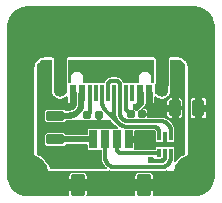
<source format=gbr>
%TF.GenerationSoftware,KiCad,Pcbnew,(5.99.0-13123-g97e9348ee1)*%
%TF.CreationDate,2021-12-06T14:29:07+03:00*%
%TF.ProjectId,Daughterboard,44617567-6874-4657-9262-6f6172642e6b,rev?*%
%TF.SameCoordinates,Original*%
%TF.FileFunction,Copper,L1,Top*%
%TF.FilePolarity,Positive*%
%FSLAX46Y46*%
G04 Gerber Fmt 4.6, Leading zero omitted, Abs format (unit mm)*
G04 Created by KiCad (PCBNEW (5.99.0-13123-g97e9348ee1)) date 2021-12-06 14:29:07*
%MOMM*%
%LPD*%
G01*
G04 APERTURE LIST*
G04 Aperture macros list*
%AMRoundRect*
0 Rectangle with rounded corners*
0 $1 Rounding radius*
0 $2 $3 $4 $5 $6 $7 $8 $9 X,Y pos of 4 corners*
0 Add a 4 corners polygon primitive as box body*
4,1,4,$2,$3,$4,$5,$6,$7,$8,$9,$2,$3,0*
0 Add four circle primitives for the rounded corners*
1,1,$1+$1,$2,$3*
1,1,$1+$1,$4,$5*
1,1,$1+$1,$6,$7*
1,1,$1+$1,$8,$9*
0 Add four rect primitives between the rounded corners*
20,1,$1+$1,$2,$3,$4,$5,0*
20,1,$1+$1,$4,$5,$6,$7,0*
20,1,$1+$1,$6,$7,$8,$9,0*
20,1,$1+$1,$8,$9,$2,$3,0*%
G04 Aperture macros list end*
%TA.AperFunction,SMDPad,CuDef*%
%ADD10R,0.600000X1.450000*%
%TD*%
%TA.AperFunction,SMDPad,CuDef*%
%ADD11R,0.300000X1.450000*%
%TD*%
%TA.AperFunction,ComponentPad*%
%ADD12O,1.100000X2.200000*%
%TD*%
%TA.AperFunction,ComponentPad*%
%ADD13O,1.300000X1.900000*%
%TD*%
%TA.AperFunction,ComponentPad*%
%ADD14C,3.500000*%
%TD*%
%TA.AperFunction,SMDPad,CuDef*%
%ADD15RoundRect,0.120000X-0.630000X0.280000X-0.630000X-0.280000X0.630000X-0.280000X0.630000X0.280000X0*%
%TD*%
%TA.AperFunction,SMDPad,CuDef*%
%ADD16RoundRect,0.090000X0.210000X0.210000X-0.210000X0.210000X-0.210000X-0.210000X0.210000X-0.210000X0*%
%TD*%
%TA.AperFunction,SMDPad,CuDef*%
%ADD17RoundRect,0.090000X-0.210000X-0.210000X0.210000X-0.210000X0.210000X0.210000X-0.210000X0.210000X0*%
%TD*%
%TA.AperFunction,SMDPad,CuDef*%
%ADD18R,0.300000X0.740000*%
%TD*%
%TA.AperFunction,SMDPad,CuDef*%
%ADD19R,0.350000X0.740000*%
%TD*%
%TA.AperFunction,SMDPad,CuDef*%
%ADD20RoundRect,0.091000X-0.259000X-0.684000X0.259000X-0.684000X0.259000X0.684000X-0.259000X0.684000X0*%
%TD*%
%TA.AperFunction,SMDPad,CuDef*%
%ADD21RoundRect,0.144000X-0.456000X-0.756000X0.456000X-0.756000X0.456000X0.756000X-0.456000X0.756000X0*%
%TD*%
%TA.AperFunction,SMDPad,CuDef*%
%ADD22RoundRect,0.150000X0.350000X0.550000X-0.350000X0.550000X-0.350000X-0.550000X0.350000X-0.550000X0*%
%TD*%
%TA.AperFunction,ViaPad*%
%ADD23C,0.800000*%
%TD*%
%TA.AperFunction,ViaPad*%
%ADD24C,0.600000*%
%TD*%
%TA.AperFunction,Conductor*%
%ADD25C,0.600000*%
%TD*%
%TA.AperFunction,Conductor*%
%ADD26C,1.000000*%
%TD*%
%TA.AperFunction,Conductor*%
%ADD27C,1.100000*%
%TD*%
%TA.AperFunction,Conductor*%
%ADD28C,0.300000*%
%TD*%
%TA.AperFunction,Conductor*%
%ADD29C,0.350000*%
%TD*%
%TA.AperFunction,Conductor*%
%ADD30C,0.500000*%
%TD*%
G04 APERTURE END LIST*
D10*
%TO.P,J1,A1*%
%TO.N,GND*%
X99250000Y-64075000D03*
%TO.P,J1,A4*%
%TO.N,VBUS*%
X98450000Y-64075000D03*
D11*
%TO.P,J1,A5*%
%TO.N,Net-(J1-PadA5)*%
X97250000Y-64075000D03*
%TO.P,J1,A6*%
%TO.N,DBUS+*%
X96254000Y-64075000D03*
%TO.P,J1,A7*%
%TO.N,DBUS-*%
X95750000Y-64075000D03*
%TO.P,J1,A8*%
%TO.N,Net-(J1-PadA8)*%
X94750000Y-64075000D03*
D10*
%TO.P,J1,B1*%
%TO.N,GND*%
X92750000Y-64075000D03*
%TO.P,J1,B4*%
%TO.N,VBUS*%
X93550000Y-64075000D03*
D11*
%TO.P,J1,B5*%
%TO.N,Net-(J1-PadB5)*%
X94250000Y-64075000D03*
%TO.P,J1,B6*%
%TO.N,DBUS+*%
X95250000Y-64075000D03*
%TO.P,J1,B7*%
%TO.N,DBUS-*%
X96750000Y-64075000D03*
%TO.P,J1,B8*%
%TO.N,Net-(J1-PadB8)*%
X97750000Y-64075000D03*
D12*
%TO.P,J1,S*%
%TO.N,GNDPWR*%
X91700000Y-63300000D03*
X100300000Y-63300000D03*
D13*
X91700000Y-59100000D03*
X100300000Y-59100000D03*
%TD*%
D14*
%TO.P,J3,1*%
%TO.N,GNDPWR*%
X103000000Y-58500000D03*
%TD*%
%TO.P,J4,1*%
%TO.N,GNDPWR*%
X103000000Y-71000000D03*
%TD*%
%TO.P,J5,1*%
%TO.N,GNDPWR*%
X89000000Y-71000000D03*
%TD*%
%TO.P,J6,1*%
%TO.N,GNDPWR*%
X89000000Y-58500000D03*
%TD*%
D15*
%TO.P,F1,1*%
%TO.N,VBUS*%
X91300000Y-65980000D03*
%TO.P,F1,2*%
%TO.N,+5V*%
X91300000Y-67980000D03*
%TD*%
D16*
%TO.P,R2,1*%
%TO.N,GND*%
X94990000Y-65900000D03*
%TO.P,R2,2*%
%TO.N,Net-(J1-PadB5)*%
X93990000Y-65900000D03*
%TD*%
D17*
%TO.P,R1,1*%
%TO.N,Net-(J1-PadA5)*%
X97658300Y-65849500D03*
%TO.P,R1,2*%
%TO.N,GND*%
X98658300Y-65849500D03*
%TD*%
D18*
%TO.P,U2,1*%
%TO.N,DBUS-*%
X101072240Y-67728600D03*
D19*
%TO.P,U2,2*%
%TO.N,GND*%
X100572240Y-67728600D03*
D18*
%TO.P,U2,3*%
%TO.N,DBUS+*%
X100072240Y-67728600D03*
%TO.P,U2,4*%
%TO.N,D+*%
X100072240Y-69088600D03*
D19*
%TO.P,U2,5*%
%TO.N,VBUS*%
X100572240Y-69088600D03*
D18*
%TO.P,U2,6*%
%TO.N,D-*%
X101072240Y-69088600D03*
%TD*%
D20*
%TO.P,J2,1*%
%TO.N,+5V*%
X94500000Y-67975000D03*
%TO.P,J2,2*%
%TO.N,D-*%
X95500000Y-67975000D03*
%TO.P,J2,3*%
%TO.N,D+*%
X96500000Y-67975000D03*
%TO.P,J2,4*%
%TO.N,GND*%
X97500000Y-67975000D03*
D21*
%TO.P,J2,5*%
%TO.N,GNDPWR*%
X93200000Y-71850000D03*
%TO.P,J2,6*%
X98800000Y-71850000D03*
%TD*%
D22*
%TO.P,L1,1*%
%TO.N,GNDPWR*%
X103400000Y-65330000D03*
%TO.P,L1,2*%
%TO.N,GND*%
X101400000Y-65330000D03*
%TD*%
D23*
%TO.N,GND*%
X101650000Y-63870000D03*
X97500000Y-62225000D03*
X90250000Y-66980000D03*
X90400000Y-61900000D03*
X94550000Y-62225000D03*
X91325000Y-69675000D03*
X93440000Y-66960000D03*
X90400000Y-64775000D03*
X101825000Y-68880000D03*
X94300000Y-69675000D03*
X99875000Y-65475000D03*
X101650000Y-61900000D03*
X101825000Y-66710000D03*
X98890000Y-68040000D03*
D24*
%TO.N,VBUS*%
X98158300Y-65206880D03*
X99380000Y-69755000D03*
X92726804Y-65933219D03*
%TD*%
D25*
%TO.N,GNDPWR*%
X103400000Y-65330000D02*
X104285000Y-65330000D01*
D26*
X89850000Y-71850000D02*
X89000000Y-71000000D01*
X98800000Y-71850000D02*
X102150000Y-71850000D01*
X93200000Y-71850000D02*
X89850000Y-71850000D01*
X102150000Y-71850000D02*
X103000000Y-71000000D01*
D25*
X103400000Y-65330000D02*
X103400000Y-66415000D01*
X103400000Y-65330000D02*
X103400000Y-64245000D01*
D27*
X100300000Y-63300000D02*
X100300000Y-59100000D01*
D26*
X93200000Y-71850000D02*
X98800000Y-71850000D01*
D27*
X91700000Y-63300000D02*
X91700000Y-59100000D01*
D28*
X103380000Y-65330000D02*
X103380000Y-65150000D01*
%TO.N,GND*%
X94990000Y-65900000D02*
X94990000Y-66670000D01*
D25*
X97500000Y-67975000D02*
X98825000Y-67975000D01*
X101400000Y-65330000D02*
X101400000Y-64120000D01*
X101400000Y-65330000D02*
X101400000Y-66360000D01*
X99250000Y-64075000D02*
X99250000Y-65160000D01*
D29*
X100572240Y-67728600D02*
X100572240Y-68342240D01*
D25*
X98825000Y-67975000D02*
X98890000Y-68040000D01*
X101400000Y-65330000D02*
X100580000Y-65330000D01*
X101400000Y-64120000D02*
X101650000Y-63870000D01*
X92750000Y-64075000D02*
X92750000Y-65005000D01*
D29*
%TO.N,VBUS*%
X100568159Y-69591048D02*
X100569113Y-69585922D01*
X100547155Y-69649750D02*
X100549556Y-69645122D01*
X100500916Y-69708565D02*
X100504736Y-69705016D01*
X100556069Y-69630903D02*
X100558005Y-69626061D01*
X100536436Y-69667633D02*
X100539280Y-69663262D01*
X100510015Y-69699827D02*
X100513657Y-69696095D01*
X100551843Y-69640436D02*
X100554015Y-69635695D01*
X100544641Y-69654318D02*
X100547155Y-69649750D01*
X100513657Y-69696095D02*
X100517206Y-69692274D01*
X100508467Y-69701375D02*
X100510015Y-69699827D01*
X100561518Y-69616243D02*
X100563093Y-69611273D01*
X100504736Y-69705016D02*
X100508467Y-69701375D01*
X100434702Y-69749365D02*
X100439543Y-69747429D01*
X100554015Y-69635695D02*
X100556069Y-69630903D01*
X100414905Y-69755905D02*
X100419913Y-69754452D01*
X100542015Y-69658823D02*
X100544641Y-69654318D01*
X100488949Y-69718634D02*
X100493020Y-69715376D01*
X100517206Y-69692274D02*
X100520660Y-69688368D01*
X100409863Y-69757234D02*
X100414905Y-69755905D01*
X100533487Y-69671932D02*
X100536436Y-69667633D01*
X100559822Y-69621174D02*
X100561518Y-69616243D01*
X100493020Y-69715376D02*
X100497009Y-69712019D01*
X100520660Y-69688368D02*
X100524017Y-69684379D01*
X100564545Y-69606265D02*
X100565874Y-69601223D01*
X100558005Y-69626061D02*
X100559822Y-69621174D01*
X100539280Y-69663262D02*
X100542015Y-69658823D01*
X100524017Y-69684379D02*
X100527275Y-69680308D01*
X100497009Y-69712019D02*
X100500916Y-69708565D01*
X100565874Y-69601223D02*
X100567079Y-69596150D01*
D28*
X100363455Y-69738537D02*
X100368666Y-69738345D01*
D29*
X99375900Y-69763601D02*
X100358241Y-69763601D01*
X100389415Y-69761301D02*
X100394563Y-69760473D01*
X100563093Y-69611273D02*
X100564545Y-69606265D01*
X100453762Y-69740916D02*
X100458391Y-69738514D01*
D28*
X100368666Y-69738345D02*
X100373870Y-69738025D01*
X100358241Y-69738601D02*
X100363455Y-69738537D01*
D29*
X100484799Y-69721792D02*
X100488949Y-69718634D01*
X100429814Y-69751181D02*
X100434702Y-69749365D01*
X100439543Y-69747429D02*
X100444336Y-69745374D01*
X100571985Y-69560026D02*
X100572177Y-69554815D01*
X100571665Y-69565230D02*
X100571985Y-69560026D01*
X100572240Y-69549602D02*
X100572240Y-69113600D01*
X100449076Y-69743203D02*
X100453762Y-69740916D01*
X100471903Y-69730639D02*
X100476274Y-69727796D01*
X100384248Y-69762003D02*
X100389415Y-69761301D01*
X100571218Y-69570425D02*
X100571665Y-69565230D01*
X100419913Y-69754452D02*
X100424884Y-69752878D01*
X100424884Y-69752878D02*
X100429814Y-69751181D01*
X100462959Y-69736000D02*
X100467464Y-69733375D01*
X100476274Y-69727796D02*
X100480573Y-69724846D01*
X100569113Y-69585922D02*
X100569941Y-69580774D01*
X100570643Y-69575608D02*
X100571218Y-69570425D01*
X100444336Y-69745374D02*
X100449076Y-69743203D01*
X100404790Y-69758438D02*
X100409863Y-69757234D01*
X100567079Y-69596150D02*
X100568159Y-69591048D01*
X100379065Y-69762577D02*
X100384248Y-69762003D01*
X100549556Y-69645122D02*
X100551843Y-69640436D01*
X100572177Y-69554815D02*
X100572240Y-69549602D01*
X100530432Y-69676158D02*
X100533487Y-69671932D01*
X100458391Y-69738514D02*
X100462959Y-69736000D01*
X100527275Y-69680308D02*
X100530432Y-69676158D01*
D28*
X100373870Y-69738025D02*
X100379065Y-69737577D01*
D29*
X100467464Y-69733375D02*
X100471903Y-69730639D01*
X100480573Y-69724846D02*
X100484799Y-69721792D01*
X100569941Y-69580774D02*
X100570643Y-69575608D01*
X100399689Y-69759518D02*
X100404790Y-69758438D01*
X100394563Y-69760473D02*
X100399689Y-69759518D01*
D30*
X92570847Y-65968240D02*
X92597172Y-65964004D01*
X93488240Y-65050847D02*
X93484004Y-65077172D01*
X93316908Y-65495008D02*
X93301823Y-65516994D01*
X92544426Y-65971829D02*
X92570847Y-65968240D01*
D25*
X98158300Y-65206880D02*
X98450000Y-64915180D01*
D30*
X93345435Y-65449958D02*
X93331448Y-65472658D01*
X93160553Y-65680421D02*
X93141018Y-65698569D01*
X93467441Y-65155412D02*
X93460645Y-65181195D01*
X93500000Y-64891440D02*
X93499671Y-64918101D01*
X92491360Y-65977055D02*
X92517925Y-65974768D01*
X93286204Y-65538604D02*
X93270059Y-65559824D01*
X93236231Y-65601043D02*
X93218568Y-65621017D01*
X93331448Y-65472658D02*
X93316908Y-65495008D01*
X93181801Y-65659637D02*
X93179638Y-65661801D01*
X93270059Y-65559824D02*
X93253398Y-65580641D01*
X92851692Y-65886796D02*
X92827185Y-65897302D01*
X92623385Y-65959124D02*
X92649470Y-65953602D01*
X92517925Y-65974768D02*
X92544426Y-65971829D01*
X92899895Y-65863998D02*
X92875934Y-65875693D01*
X93500000Y-64125000D02*
X93550000Y-64075000D01*
X93417302Y-65307185D02*
X93406796Y-65331691D01*
X93499671Y-64918101D02*
X93498690Y-64944746D01*
X93479124Y-65103385D02*
X93473602Y-65129470D01*
X92923563Y-65851718D02*
X92899895Y-65863998D01*
X93500000Y-64891440D02*
X93500000Y-64125000D01*
X93445166Y-65232222D02*
X93436492Y-65257435D01*
X92777435Y-65916492D02*
X92752222Y-65925166D01*
X93121044Y-65716231D02*
X93100642Y-65733398D01*
X92946922Y-65838862D02*
X92923563Y-65851718D01*
X93358861Y-65426921D02*
X93345435Y-65449958D01*
X93395693Y-65355933D02*
X93383998Y-65379895D01*
X93371718Y-65403562D02*
X93358861Y-65426921D01*
X93453219Y-65206803D02*
X93445166Y-65232222D01*
X93058605Y-65766204D02*
X93036995Y-65781823D01*
X93079825Y-65750059D02*
X93058605Y-65766204D01*
X93141018Y-65698569D02*
X93121044Y-65716231D01*
X92597172Y-65964004D02*
X92623385Y-65959124D01*
X93383998Y-65379895D02*
X93371718Y-65403562D01*
X92992659Y-65811448D02*
X92969959Y-65825435D01*
X92411440Y-65980000D02*
X92438101Y-65979672D01*
X92464746Y-65978690D02*
X92491360Y-65977055D01*
X93200421Y-65640552D02*
X93181801Y-65659637D01*
X93460645Y-65181195D02*
X93453219Y-65206803D01*
X92438101Y-65979672D02*
X92464746Y-65978690D01*
X93484004Y-65077172D02*
X93479124Y-65103385D01*
X93491828Y-65024426D02*
X93488240Y-65050847D01*
X93494767Y-64997925D02*
X93491828Y-65024426D01*
X92675412Y-65947441D02*
X92701195Y-65940645D01*
X93253398Y-65580641D02*
X93236231Y-65601043D01*
X92969959Y-65825435D02*
X92946922Y-65838862D01*
X93015009Y-65796908D02*
X92992659Y-65811448D01*
X93179638Y-65661801D02*
X93160553Y-65680421D01*
X92649470Y-65953602D02*
X92675412Y-65947441D01*
X92701195Y-65940645D02*
X92726804Y-65933219D01*
X93406796Y-65331691D02*
X93395693Y-65355933D01*
X92752222Y-65925166D02*
X92726804Y-65933219D01*
X93498690Y-64944746D02*
X93497055Y-64971360D01*
X93100642Y-65733398D02*
X93079825Y-65750059D01*
X93036995Y-65781823D02*
X93015009Y-65796908D01*
X93427202Y-65282428D02*
X93417302Y-65307185D01*
X93436492Y-65257435D02*
X93427202Y-65282428D01*
X92827185Y-65897302D02*
X92802428Y-65907202D01*
X93301823Y-65516994D02*
X93286204Y-65538604D01*
X93497055Y-64971360D02*
X93494767Y-64997925D01*
X92802428Y-65907202D02*
X92777435Y-65916492D01*
X93218568Y-65621017D02*
X93200421Y-65640552D01*
X92875934Y-65875693D02*
X92851692Y-65886796D01*
D25*
X98450000Y-64915180D02*
X98450000Y-64075000D01*
D30*
X93473602Y-65129470D02*
X93467441Y-65155412D01*
X91300000Y-65980000D02*
X92411440Y-65980000D01*
X92726804Y-65933219D02*
X92726804Y-65933219D01*
%TO.N,+5V*%
X94500000Y-67975000D02*
X91305000Y-67975000D01*
X91305000Y-67975000D02*
X91300000Y-67980000D01*
D28*
%TO.N,DBUS-*%
X96468482Y-63014974D02*
X96476637Y-63016493D01*
X96832384Y-66059896D02*
X96824498Y-66044696D01*
X96803109Y-65998000D02*
X96796751Y-65982100D01*
X97075707Y-66321733D02*
X97061354Y-66312395D01*
X96443827Y-63011626D02*
X96452072Y-63012540D01*
X96858246Y-66104271D02*
X96849263Y-66089692D01*
X96942394Y-66212096D02*
X96930739Y-66199550D01*
X96717549Y-63204790D02*
X96713910Y-63197335D01*
X95826718Y-63136400D02*
X95832059Y-63130052D01*
X95816512Y-63149478D02*
X95821535Y-63142876D01*
X96637677Y-63097554D02*
X96643755Y-63103200D01*
X97397653Y-66428089D02*
X97380592Y-66426620D01*
X95903043Y-63066959D02*
X95909997Y-63062435D01*
X97033355Y-66292676D02*
X97019727Y-66282307D01*
X96562662Y-63046087D02*
X96570025Y-63049908D01*
X100962466Y-66860532D02*
X100952024Y-66842615D01*
X96743505Y-63283361D02*
X96741787Y-63275245D01*
X96955626Y-66225626D02*
X96954353Y-66224353D01*
X100225200Y-66429980D02*
X97448980Y-66429980D01*
X100509863Y-66479373D02*
X100490252Y-66472627D01*
X95760128Y-63268694D02*
X95762242Y-63260673D01*
X96701913Y-63175538D02*
X96697562Y-63168476D01*
X95896203Y-63071652D02*
X95903043Y-63066959D01*
X100287360Y-66432269D02*
X100266660Y-66430997D01*
X96785214Y-65949857D02*
X96780042Y-65933533D01*
X100880439Y-66740972D02*
X100867087Y-66725104D01*
X96930739Y-66199550D02*
X96919396Y-66186722D01*
X95767058Y-63244798D02*
X95769756Y-63236954D01*
X97181978Y-66376870D02*
X97166239Y-66370123D01*
X96460292Y-63013657D02*
X96468482Y-63014974D01*
X96651005Y-63110305D02*
X96649693Y-63108993D01*
X97105080Y-66339338D02*
X97090286Y-66330716D01*
X96732941Y-63243278D02*
X96730242Y-63235434D01*
X100567618Y-66502470D02*
X100548557Y-66494299D01*
X95806960Y-63163041D02*
X95811653Y-63156201D01*
X96049447Y-63012540D02*
X96057692Y-63011625D01*
X101069950Y-67214859D02*
X101068171Y-67194197D01*
X100548557Y-66494299D02*
X100529302Y-66486599D01*
X100641686Y-66539752D02*
X100623518Y-66529753D01*
X101007920Y-66953661D02*
X100999749Y-66934600D01*
X97246446Y-66399936D02*
X97230121Y-66394765D01*
X96476637Y-63016493D02*
X96484752Y-63018211D01*
X100824752Y-66679532D02*
X100822687Y-66677467D01*
X97363573Y-66424732D02*
X97346604Y-66422428D01*
X97213929Y-66389194D02*
X97197878Y-66383228D01*
X95848994Y-63111824D02*
X95851826Y-63108993D01*
X96435562Y-63010914D02*
X96443827Y-63011626D01*
X95789908Y-63191491D02*
X95793908Y-63184224D01*
X96016766Y-63018210D02*
X96024882Y-63016492D01*
X95924226Y-63053907D02*
X95931493Y-63049907D01*
X100952024Y-66842615D02*
X100941144Y-66824959D01*
X96753359Y-65799387D02*
X96751890Y-65782326D01*
X95772646Y-63229178D02*
X95775726Y-63221476D01*
X96540041Y-63035726D02*
X96547665Y-63038995D01*
X96090821Y-63009999D02*
X96410699Y-63009999D01*
X96775273Y-65917087D02*
X96770909Y-65900528D01*
X95775726Y-63221476D02*
X95778995Y-63213851D01*
X96745023Y-63291516D02*
X96743505Y-63283361D01*
X95802436Y-63169995D02*
X95806960Y-63163041D01*
X95762242Y-63260673D02*
X95764552Y-63252706D01*
X96024882Y-63016492D02*
X96033037Y-63014974D01*
X96809856Y-66013739D02*
X96803109Y-65998000D01*
X97006358Y-66271607D02*
X96993256Y-66260582D01*
X96721003Y-63212332D02*
X96717549Y-63204790D01*
X96673279Y-63134881D02*
X96667939Y-63128534D01*
X97061354Y-66312395D02*
X97047234Y-66302707D01*
X95969180Y-63032645D02*
X95976955Y-63029755D01*
X95793908Y-63184224D02*
X95798085Y-63177057D01*
X96750000Y-65731000D02*
X96750000Y-63525000D01*
X96662444Y-63122319D02*
X96656798Y-63116242D01*
X96688345Y-63154682D02*
X96683486Y-63147959D01*
X96919396Y-66186722D02*
X96908371Y-66173620D01*
X96887303Y-66146622D02*
X96877272Y-66132744D01*
X100390046Y-66446215D02*
X100369658Y-66442419D01*
X96570025Y-63049908D02*
X96577292Y-63053908D01*
X96763406Y-65867115D02*
X96760271Y-65850281D01*
X100893397Y-66757164D02*
X100880439Y-66740972D01*
X96750000Y-63349300D02*
X96750000Y-63525000D01*
X97197878Y-66383228D02*
X97181978Y-66376870D01*
X97380592Y-66426620D02*
X97363573Y-66424732D01*
X95931493Y-63049907D02*
X95938856Y-63046087D01*
X97296111Y-66413027D02*
X97279450Y-66409070D01*
X96877272Y-66132744D02*
X96867584Y-66118624D01*
X95750000Y-63350820D02*
X95750000Y-63525000D01*
X95753657Y-63301226D02*
X95754975Y-63293036D01*
X95750406Y-63334235D02*
X95750914Y-63325955D01*
X96796751Y-65982100D02*
X96790785Y-65966050D01*
X96484752Y-63018211D02*
X96492823Y-63020128D01*
X95756493Y-63284881D02*
X95758211Y-63276765D01*
X96760271Y-65850281D02*
X96757551Y-65833374D01*
X100991113Y-66915746D02*
X100982017Y-66897109D01*
X96750210Y-65748122D02*
X96750000Y-65731000D01*
X97135282Y-66355481D02*
X97120082Y-66347595D01*
X101071985Y-67256283D02*
X101071222Y-67235558D01*
X96427283Y-63010406D02*
X96435562Y-63010914D01*
X96713910Y-63197335D02*
X96710090Y-63189972D01*
X95821535Y-63142876D02*
X95826718Y-63136400D01*
X97047234Y-66302707D02*
X97033355Y-66292676D01*
X96706090Y-63182705D02*
X96701913Y-63175538D01*
X100982017Y-66897109D02*
X100972466Y-66878701D01*
X96500844Y-63022242D02*
X96508811Y-63024552D01*
X95953853Y-63038994D02*
X95961477Y-63035726D01*
X95876402Y-63086718D02*
X95882878Y-63081534D01*
X96577292Y-63053908D02*
X96584459Y-63058085D01*
X95843200Y-63117760D02*
X95848994Y-63111824D01*
X100853349Y-66709568D02*
X100839235Y-66694374D01*
X101022846Y-66992356D02*
X101015620Y-66972917D01*
X96755247Y-65816406D02*
X96753359Y-65799387D01*
X95778995Y-63213851D02*
X95782449Y-63206310D01*
X95837554Y-63123838D02*
X95843200Y-63117760D01*
X96730242Y-63235434D02*
X96727352Y-63227659D01*
X96584459Y-63058085D02*
X96591521Y-63062436D01*
X101041631Y-67051654D02*
X101035855Y-67031736D01*
X97448980Y-66429980D02*
X97431857Y-66429769D01*
X100623518Y-66529753D02*
X100605109Y-66520202D01*
X96555207Y-63042449D02*
X96562662Y-63046087D01*
X100430511Y-66455302D02*
X100410334Y-66450510D01*
X96816987Y-66029307D02*
X96809856Y-66013739D01*
X97346604Y-66422428D02*
X97329698Y-66419708D01*
X96739870Y-63267175D02*
X96737756Y-63259153D01*
X97150671Y-66362992D02*
X97135282Y-66355481D01*
X96737756Y-63259153D02*
X96735446Y-63251186D01*
X100972466Y-66878701D02*
X100962466Y-66860532D01*
X96605315Y-63071653D02*
X96612038Y-63076512D01*
X96656798Y-63116242D02*
X96651005Y-63110305D01*
X97019727Y-66282307D02*
X97006358Y-66271607D01*
X96766952Y-65883868D02*
X96763406Y-65867115D01*
X95976955Y-63029755D02*
X95984799Y-63027057D01*
X100839235Y-66694374D02*
X100824752Y-66679532D01*
X96598475Y-63066960D02*
X96605315Y-63071653D01*
X100490252Y-66472627D02*
X100470483Y-66466364D01*
X96757551Y-65833374D02*
X96755247Y-65816406D01*
X96867584Y-66118624D02*
X96858246Y-66104271D01*
X101035855Y-67031736D02*
X101029592Y-67011966D01*
X100999749Y-66934600D02*
X100991113Y-66915746D01*
X95750100Y-63342525D02*
X95750406Y-63334235D01*
X101065885Y-67173585D02*
X101063094Y-67153036D01*
X100245936Y-66430234D02*
X100225200Y-66429980D01*
X95870054Y-63092058D02*
X95876402Y-63086718D01*
X96041227Y-63013656D02*
X96049447Y-63012540D01*
X96008696Y-63020127D02*
X96016766Y-63018210D01*
X95984799Y-63027057D02*
X95992707Y-63024551D01*
X97090286Y-66330716D02*
X97075707Y-66321733D01*
X96750840Y-65765234D02*
X96750210Y-65748122D01*
X95909997Y-63062435D02*
X95917059Y-63058084D01*
X95750000Y-63350820D02*
X95750100Y-63342525D01*
X96747458Y-63307926D02*
X96746341Y-63299706D01*
X96897671Y-66160250D02*
X96887303Y-66146622D01*
X95992707Y-63024551D02*
X96000674Y-63022241D01*
X97262892Y-66404706D02*
X97246446Y-66399936D01*
X96667939Y-63128534D02*
X96662444Y-63122319D01*
X96643755Y-63103200D02*
X96649693Y-63108993D01*
X96065956Y-63010914D02*
X96074236Y-63010405D01*
X96516719Y-63027057D02*
X96524563Y-63029756D01*
X100905955Y-66773668D02*
X100893397Y-66757164D01*
X95782449Y-63206310D02*
X95786088Y-63198855D01*
X100677259Y-66561074D02*
X100659603Y-66550195D01*
X100929835Y-66807576D02*
X100918103Y-66790475D01*
X96618639Y-63081535D02*
X96625116Y-63086718D01*
X95769756Y-63236954D02*
X95772646Y-63229178D01*
X95752540Y-63309446D02*
X95753657Y-63301226D01*
X96735446Y-63251186D02*
X96732941Y-63243278D01*
X100792650Y-66648869D02*
X100777114Y-66635132D01*
X96780042Y-65933533D02*
X96775273Y-65917087D01*
X95857763Y-63103199D02*
X95863840Y-63097553D01*
X100659603Y-66550195D02*
X100641686Y-66539752D01*
X97279450Y-66409070D02*
X97262892Y-66404706D01*
X96849263Y-66089692D02*
X96840641Y-66074898D01*
X101059799Y-67132561D02*
X101056004Y-67112173D01*
X97230121Y-66394765D02*
X97213929Y-66389194D01*
X96790785Y-65966050D02*
X96785214Y-65949857D01*
X101063094Y-67153036D02*
X101059799Y-67132561D01*
X95917059Y-63058084D02*
X95924226Y-63053907D01*
X96418993Y-63010100D02*
X96427283Y-63010406D01*
X96591521Y-63062436D02*
X96598475Y-63066960D01*
X95938856Y-63046087D02*
X95946311Y-63042448D01*
X95786088Y-63198855D02*
X95789908Y-63191491D01*
X95851826Y-63108993D02*
X95857763Y-63103199D01*
X95961477Y-63035726D02*
X95969180Y-63032645D01*
X100586473Y-66511106D02*
X100567618Y-66502470D01*
X96770909Y-65900528D02*
X96766952Y-65883868D01*
X96980427Y-66249239D02*
X96967882Y-66237584D01*
X101072240Y-67277020D02*
X101072240Y-67728600D01*
X95863840Y-63097553D02*
X95870054Y-63092058D01*
X100410334Y-66450510D02*
X100390046Y-66446215D01*
X95889480Y-63076511D02*
X95896203Y-63071652D01*
X96746341Y-63299706D02*
X96745023Y-63291516D01*
X96492823Y-63020128D02*
X96500844Y-63022242D01*
X101029592Y-67011966D02*
X101022846Y-66992356D01*
X100369658Y-66442419D02*
X100349183Y-66439125D01*
X100711743Y-66584115D02*
X100694642Y-66572383D01*
X100807843Y-66662983D02*
X100792650Y-66648869D01*
X97120082Y-66347595D02*
X97105080Y-66339338D01*
X100761245Y-66621780D02*
X100745054Y-66608821D01*
X96749084Y-63324435D02*
X96748372Y-63316171D01*
X95750914Y-63325955D02*
X95751626Y-63317691D01*
X96000674Y-63022241D02*
X96008696Y-63020127D01*
X96532339Y-63032646D02*
X96540041Y-63035726D01*
X96452072Y-63012540D02*
X96460292Y-63013657D01*
X101046917Y-67071707D02*
X101041631Y-67051654D01*
X96524563Y-63029756D02*
X96532339Y-63032646D01*
X96724272Y-63219956D02*
X96721003Y-63212332D01*
X100328633Y-66436334D02*
X100308021Y-66434048D01*
X96082526Y-63010100D02*
X96090821Y-63009999D01*
X96625116Y-63086718D02*
X96631463Y-63092059D01*
X101068171Y-67194197D02*
X101065885Y-67173585D01*
X95832059Y-63130052D02*
X95837554Y-63123838D01*
X97166239Y-66370123D02*
X97150671Y-66362992D01*
X100918103Y-66790475D02*
X100905955Y-66773668D01*
X96410699Y-63009999D02*
X96418993Y-63010100D01*
X96678463Y-63141357D02*
X96673279Y-63134881D01*
X96710090Y-63189972D02*
X96706090Y-63182705D01*
X96749592Y-63332715D02*
X96749084Y-63324435D01*
X100728550Y-66596264D02*
X100711743Y-66584115D01*
X100745054Y-66608821D02*
X100728550Y-66596264D01*
X100777114Y-66635132D02*
X100761245Y-66621780D01*
X101072240Y-67277020D02*
X101071985Y-67256283D01*
X101071222Y-67235558D02*
X101069950Y-67214859D01*
X95798085Y-63177057D02*
X95802436Y-63169995D01*
X96697562Y-63168476D02*
X96693038Y-63161522D01*
X100529302Y-66486599D02*
X100509863Y-66479373D01*
X96908371Y-66173620D02*
X96897671Y-66160250D01*
X100605109Y-66520202D02*
X100586473Y-66511106D01*
X101051708Y-67091884D02*
X101046917Y-67071707D01*
X96824498Y-66044696D02*
X96816987Y-66029307D01*
X100822687Y-66677467D02*
X100807843Y-66662983D01*
X100470483Y-66466364D02*
X100450565Y-66460588D01*
X95751626Y-63317691D02*
X95752540Y-63309446D01*
X100308021Y-66434048D02*
X100287360Y-66432269D01*
X96741787Y-63275245D02*
X96739870Y-63267175D01*
X96751890Y-65782326D02*
X96750840Y-65765234D01*
X101015620Y-66972917D02*
X101007920Y-66953661D01*
X96057692Y-63011625D02*
X96065956Y-63010914D01*
X97312863Y-66416573D02*
X97296111Y-66413027D01*
X100694642Y-66572383D02*
X100677259Y-66561074D01*
X96750000Y-63349300D02*
X96749898Y-63341005D01*
X95946311Y-63042448D02*
X95953853Y-63038994D01*
X96547665Y-63038995D02*
X96555207Y-63042449D01*
X95754975Y-63293036D02*
X95756493Y-63284881D01*
X100266660Y-66430997D02*
X100245936Y-66430234D01*
X100867087Y-66725104D02*
X100853349Y-66709568D01*
X95758211Y-63276765D02*
X95760128Y-63268694D01*
X96508811Y-63024552D02*
X96516719Y-63027057D01*
X100450565Y-66460588D02*
X100430511Y-66455302D01*
X95882878Y-63081534D02*
X95889480Y-63076511D01*
X100941144Y-66824959D02*
X100929835Y-66807576D01*
X101056004Y-67112173D02*
X101051708Y-67091884D01*
X96748372Y-63316171D02*
X96747458Y-63307926D01*
X96631463Y-63092059D02*
X96637677Y-63097554D01*
X96033037Y-63014974D02*
X96041227Y-63013656D01*
X95811653Y-63156201D02*
X95816512Y-63149478D01*
X96693038Y-63161522D02*
X96688345Y-63154682D01*
X96074236Y-63010405D02*
X96082526Y-63010100D01*
X96840641Y-66074898D02*
X96832384Y-66059896D01*
X96749898Y-63341005D02*
X96749592Y-63332715D01*
X96612038Y-63076512D02*
X96618639Y-63081535D01*
X97329698Y-66419708D02*
X97312863Y-66416573D01*
X95764552Y-63252706D02*
X95767058Y-63244798D01*
X96954353Y-66224353D02*
X96942394Y-66212096D01*
X97414745Y-66429139D02*
X97397653Y-66428089D01*
X96683486Y-63147959D02*
X96678463Y-63141357D01*
X100349183Y-66439125D02*
X100328633Y-66436334D01*
X96993256Y-66260582D02*
X96980427Y-66249239D01*
X96967882Y-66237584D02*
X96955626Y-66225626D01*
X97431857Y-66429769D02*
X97414745Y-66429139D01*
X96727352Y-63227659D02*
X96724272Y-63219956D01*
%TO.N,DBUS+*%
X96625168Y-66591892D02*
X95532842Y-65499566D01*
X100071055Y-67325554D02*
X100070134Y-67314869D01*
X95829035Y-65796075D02*
X95842439Y-65808526D01*
X95842439Y-65808526D02*
X95856723Y-65819957D01*
X96262424Y-65893847D02*
X96259393Y-65866522D01*
X99986246Y-67097395D02*
X99979752Y-67088860D01*
X95284979Y-65074284D02*
X95278938Y-65051366D01*
X96399527Y-66308865D02*
X96386271Y-66284779D01*
X100065805Y-67282994D02*
X100063842Y-67272450D01*
X96221009Y-65742837D02*
X96229435Y-65726598D01*
X99877298Y-66993633D02*
X99886142Y-66999700D01*
X95273462Y-65028306D02*
X95268553Y-65005119D01*
X95332845Y-65208059D02*
X95323507Y-65186275D01*
X96257034Y-65839130D02*
X96255349Y-65811689D01*
X99688020Y-66923276D02*
X99698647Y-66924719D01*
X100053423Y-67230853D02*
X100050184Y-67220629D01*
X95278938Y-65051366D02*
X95273462Y-65028306D01*
X96664988Y-66629804D02*
X96644845Y-66611092D01*
X95342714Y-65229607D02*
X95332845Y-65208059D01*
X97171829Y-66892771D02*
X97145080Y-66886419D01*
X96938320Y-66812439D02*
X96913613Y-66800380D01*
X95469199Y-65429348D02*
X95454389Y-65410844D01*
X99740705Y-66933085D02*
X99751076Y-66935818D01*
X95532842Y-65499566D02*
X95516289Y-65482603D01*
X95484458Y-65447483D02*
X95469199Y-65429348D01*
X96865123Y-66774461D02*
X96841370Y-66760618D01*
X100072240Y-67357700D02*
X100072240Y-67728600D01*
X96242595Y-65692483D02*
X96247257Y-65674792D01*
X96266124Y-65921090D02*
X96262424Y-65893847D01*
X99919948Y-67026082D02*
X99927982Y-67033187D01*
X99751076Y-66935818D02*
X99761376Y-66938805D01*
X100070134Y-67314869D02*
X100068952Y-67304209D01*
X96099876Y-65849947D02*
X96116510Y-65842329D01*
X100010070Y-67133050D02*
X100004444Y-67123920D01*
X99959041Y-67064246D02*
X99951742Y-67056389D01*
X99709235Y-66926423D02*
X99719779Y-66928386D01*
X97280142Y-66911565D02*
X97252899Y-66907865D01*
X95856723Y-65819957D02*
X95871809Y-65830308D01*
X99868308Y-66987784D02*
X99877298Y-66993633D01*
X96544185Y-66509000D02*
X96525973Y-66488404D01*
X100015470Y-67142316D02*
X100010070Y-67133050D01*
X96250606Y-65656806D02*
X96252623Y-65638622D01*
X97014113Y-66844928D02*
X96988585Y-66834720D01*
X99859178Y-66982158D02*
X99868308Y-66987784D01*
X96255349Y-65811689D02*
X96254337Y-65784214D01*
X95264215Y-64981819D02*
X95260450Y-64958419D01*
X99791794Y-66949270D02*
X99801751Y-66953252D01*
X100046695Y-67210488D02*
X100042958Y-67200435D01*
X96132538Y-65833507D02*
X96147873Y-65823530D01*
X99677360Y-66922094D02*
X99688020Y-66923276D01*
X96310538Y-66108108D02*
X96302235Y-66081899D01*
X95992575Y-65868566D02*
X96010869Y-65868790D01*
X95254648Y-64911377D02*
X95252615Y-64887764D01*
X95257260Y-64934934D02*
X95254648Y-64911377D01*
X95291580Y-65097047D02*
X95284979Y-65074284D01*
X99992528Y-67106087D02*
X99986246Y-67097395D01*
X96259393Y-65866522D02*
X96257034Y-65839130D01*
X96116510Y-65842329D02*
X96132538Y-65833507D01*
X99655971Y-66920516D02*
X99666675Y-66921173D01*
X96386271Y-66284779D02*
X96373609Y-66260375D01*
X100025580Y-67161231D02*
X100020641Y-67151712D01*
X96254000Y-65756724D02*
X96254000Y-63525000D01*
X95375453Y-65292708D02*
X95364025Y-65271944D01*
X96508272Y-66467367D02*
X96491093Y-66445902D01*
X99979752Y-67088860D02*
X99973050Y-67080487D01*
X95250289Y-64840423D02*
X95250000Y-64816724D01*
X95268553Y-65005119D02*
X95264215Y-64981819D01*
X96294577Y-66055493D02*
X96287570Y-66028908D01*
X100061621Y-67261958D02*
X100059143Y-67251524D01*
X96319481Y-66134105D02*
X96310538Y-66108108D01*
X99951742Y-67056389D02*
X99944253Y-67048713D01*
X100056410Y-67241153D02*
X100053423Y-67230853D01*
X96442786Y-66379070D02*
X96427794Y-66356024D01*
X95887615Y-65839520D02*
X95904057Y-65847544D01*
X99935839Y-67040486D02*
X99943516Y-67047976D01*
X97362300Y-66918640D02*
X97334859Y-66916954D01*
X96728086Y-66682896D02*
X96706621Y-66665717D01*
X96010869Y-65868790D02*
X96029129Y-65867669D01*
X99894833Y-67005982D02*
X99903368Y-67012476D01*
X99761376Y-66938805D02*
X99771600Y-66942044D01*
X96706621Y-66665717D02*
X96685584Y-66648016D01*
X96685584Y-66648016D02*
X96664988Y-66629804D01*
X96963316Y-66823888D02*
X96938320Y-66812439D01*
X99801751Y-66953252D02*
X99811609Y-66957477D01*
X96794918Y-66731202D02*
X96772247Y-66715649D01*
X96162433Y-65812453D02*
X96176139Y-65800334D01*
X99666675Y-66921173D02*
X99677360Y-66922094D01*
X96841370Y-66760618D02*
X96817963Y-66746195D01*
X95454389Y-65410844D02*
X95440038Y-65391981D01*
X96889209Y-66787718D02*
X96865123Y-66774461D01*
X100068952Y-67304209D02*
X100067509Y-67293582D01*
X99849912Y-66976758D02*
X99859178Y-66982158D01*
X96772247Y-66715649D02*
X96749966Y-66699543D01*
X96254337Y-65784214D02*
X96254000Y-65756724D01*
X100072240Y-67357700D02*
X100072107Y-67346976D01*
X95298738Y-65119641D02*
X95291580Y-65097047D01*
X99730271Y-66930607D02*
X99740705Y-66933085D01*
X95306448Y-65142053D02*
X95298738Y-65119641D01*
X97225755Y-66903498D02*
X97198726Y-66898465D01*
X97334859Y-66916954D02*
X97307467Y-66914595D01*
X100034751Y-67180620D02*
X100030284Y-67170869D01*
X97118495Y-66879412D02*
X97092090Y-66871754D01*
X96458340Y-66401740D02*
X96442786Y-66379070D01*
X100020641Y-67151712D02*
X100015470Y-67142316D01*
X97145080Y-66886419D02*
X97118495Y-66879412D01*
X96211412Y-65758413D02*
X96221009Y-65742837D01*
X99645253Y-66920121D02*
X99655971Y-66920516D01*
X96491093Y-66445902D02*
X96474445Y-66424022D01*
X99886142Y-66999700D02*
X99894833Y-67005982D01*
X99973050Y-67080487D02*
X99966145Y-67072280D01*
X99811609Y-66957477D02*
X99821359Y-66961943D01*
X95399821Y-65333363D02*
X95387388Y-65313185D01*
X99821359Y-66961943D02*
X99830997Y-66966647D01*
X96270491Y-65948234D02*
X96266124Y-65921090D01*
X95440038Y-65391981D02*
X95426154Y-65372773D01*
X95516289Y-65482603D02*
X95500158Y-65465238D01*
X97039883Y-66854507D02*
X97014113Y-66844928D01*
X95974347Y-65866996D02*
X95992575Y-65868566D01*
X95387388Y-65313185D02*
X95375453Y-65292708D01*
X95252615Y-64887764D02*
X95251161Y-64864107D01*
X96082728Y-65856322D02*
X96099876Y-65849947D01*
X96281218Y-66002159D02*
X96275524Y-65975262D01*
X95314706Y-65164269D02*
X95306448Y-65142053D01*
X96350101Y-66210672D02*
X96339269Y-66185403D01*
X100050184Y-67220629D02*
X100046695Y-67210488D01*
X95871809Y-65830308D02*
X95887615Y-65839520D01*
X95250000Y-64816724D02*
X95250000Y-63525000D01*
X96236643Y-65709783D02*
X96242595Y-65692483D01*
X95956285Y-65864090D02*
X95974347Y-65866996D01*
X95353110Y-65250907D02*
X95342714Y-65229607D01*
X100004444Y-67123920D02*
X99998595Y-67114930D01*
X96427794Y-66356024D02*
X96413371Y-66332618D01*
X96302235Y-66081899D02*
X96294577Y-66055493D01*
X95251161Y-64864107D02*
X95250289Y-64840423D01*
X97252899Y-66907865D02*
X97225755Y-66903498D01*
X97307467Y-66914595D02*
X97280142Y-66911565D01*
X96644845Y-66611092D02*
X96625168Y-66591892D01*
X100042958Y-67200435D02*
X100038976Y-67190477D01*
X95260450Y-64958419D02*
X95257260Y-64934934D01*
X99719779Y-66928386D02*
X99730271Y-66930607D01*
X99911742Y-67019178D02*
X99919948Y-67026082D01*
X97417266Y-66919990D02*
X97389775Y-66919652D01*
X95938485Y-65859863D02*
X95956285Y-65864090D01*
X96988585Y-66834720D02*
X96963316Y-66823888D01*
X95904057Y-65847544D02*
X95921044Y-65854338D01*
X99927982Y-67033187D02*
X99935839Y-67040486D01*
X99998595Y-67114930D02*
X99992528Y-67106087D01*
X96200694Y-65773240D02*
X96211412Y-65758413D01*
X96817963Y-66746195D02*
X96794918Y-66731202D01*
X97065880Y-66863451D02*
X97039883Y-66854507D01*
X100071712Y-67336258D02*
X100071055Y-67325554D01*
X96373609Y-66260375D02*
X96361550Y-66235668D01*
X100072107Y-67346976D02*
X100071712Y-67336258D01*
X96065157Y-65861417D02*
X96082728Y-65856322D01*
X95412746Y-65353229D02*
X95399821Y-65333363D01*
X99840517Y-66971587D02*
X99849912Y-66976758D01*
X96913613Y-66800380D02*
X96889209Y-66787718D01*
X99943516Y-67047976D02*
X99944253Y-67048713D01*
X96287570Y-66028908D02*
X96281218Y-66002159D01*
X95364025Y-65271944D02*
X95353110Y-65250907D01*
X99634530Y-66919990D02*
X97417266Y-66919990D01*
X97389775Y-66919652D02*
X97362300Y-66918640D01*
X99634530Y-66919990D02*
X99645253Y-66920121D01*
X100067509Y-67293582D02*
X100065805Y-67282994D01*
X96582097Y-66548821D02*
X96625168Y-66591892D01*
X99771600Y-66942044D02*
X99781741Y-66945533D01*
X99698647Y-66924719D02*
X99709235Y-66926423D01*
X95323507Y-65186275D02*
X95314706Y-65164269D01*
X100038976Y-67190477D02*
X100034751Y-67180620D01*
X96562897Y-66529142D02*
X96544185Y-66509000D01*
X99781741Y-66945533D02*
X99791794Y-66949270D01*
X96047258Y-65865206D02*
X96065157Y-65861417D01*
X96252623Y-65638622D02*
X96253300Y-65620340D01*
X96474445Y-66424022D02*
X96458340Y-66401740D01*
X96247257Y-65674792D02*
X96250606Y-65656806D01*
X96525973Y-66488404D02*
X96508272Y-66467367D01*
X96188915Y-65787239D02*
X96200694Y-65773240D01*
X96749966Y-66699543D02*
X96728086Y-66682896D01*
X96582097Y-66548821D02*
X96562897Y-66529142D01*
X96329061Y-66159876D02*
X96319481Y-66134105D01*
X100063842Y-67272450D02*
X100061621Y-67261958D01*
X99830997Y-66966647D02*
X99840517Y-66971587D01*
X96361550Y-66235668D02*
X96350101Y-66210672D01*
X100030284Y-67170869D02*
X100025580Y-67161231D01*
X96029129Y-65867669D02*
X96047258Y-65865206D01*
X96176139Y-65800334D02*
X96188915Y-65787239D01*
X97092090Y-66871754D02*
X97065880Y-66863451D01*
X95426154Y-65372773D02*
X95412746Y-65353229D01*
X99966145Y-67072280D02*
X99959041Y-67064246D01*
X95921044Y-65854338D02*
X95938485Y-65859863D01*
X97198726Y-66898465D02*
X97171829Y-66892771D01*
X96275524Y-65975262D02*
X96270491Y-65948234D01*
X96229435Y-65726598D02*
X96236643Y-65709783D01*
X96339269Y-66185403D02*
X96329061Y-66159876D01*
X95500158Y-65465238D02*
X95484458Y-65447483D01*
X96413371Y-66332618D02*
X96399527Y-66308865D01*
X100059143Y-67251524D02*
X100056410Y-67241153D01*
X96147873Y-65823530D02*
X96162433Y-65812453D01*
X99903368Y-67012476D02*
X99911742Y-67019178D01*
%TO.N,Net-(J1-PadB5)*%
X94248837Y-65563663D02*
X94248183Y-65569552D01*
X94221492Y-65653804D02*
X94218635Y-65658995D01*
X94249360Y-63525640D02*
X94250000Y-63525000D01*
X94248183Y-65569552D02*
X94247386Y-65575423D01*
X94246445Y-65581273D02*
X94245360Y-65587098D01*
X94244133Y-65592895D02*
X94242764Y-65598660D01*
X94247386Y-65575423D02*
X94246445Y-65581273D01*
X94235887Y-65621332D02*
X94233822Y-65626885D01*
X94212543Y-65669159D02*
X94209312Y-65674125D01*
X94202489Y-65683813D02*
X94198901Y-65688529D01*
X94198901Y-65688529D02*
X94195199Y-65693155D01*
X94237814Y-65615729D02*
X94235887Y-65621332D01*
X94231622Y-65632387D02*
X94229287Y-65637833D01*
X94233822Y-65626885D02*
X94231622Y-65632387D01*
X94183426Y-65706468D02*
X94179289Y-65710710D01*
X94187459Y-65702127D02*
X94183426Y-65706468D01*
X94229287Y-65637833D02*
X94226820Y-65643220D01*
X94215652Y-65664114D02*
X94212543Y-65669159D01*
X94241254Y-65604389D02*
X94239604Y-65610080D01*
X94249345Y-65557759D02*
X94248837Y-65563663D01*
X94218635Y-65658995D02*
X94215652Y-65664114D01*
X94224221Y-65648545D02*
X94221492Y-65653804D01*
X94205960Y-65679011D02*
X94202489Y-65683813D01*
X94242764Y-65598660D02*
X94241254Y-65604389D01*
X94239604Y-65610080D02*
X94237814Y-65615729D01*
X94179289Y-65710710D02*
X93990000Y-65900000D01*
X94226820Y-65643220D02*
X94224221Y-65648545D01*
X94250000Y-65540000D02*
X94249926Y-65545924D01*
X94245360Y-65587098D02*
X94244133Y-65592895D01*
X94209312Y-65674125D02*
X94205960Y-65679011D01*
X94250000Y-65540000D02*
X94250000Y-63525000D01*
X94191384Y-65697689D02*
X94187459Y-65702127D01*
X94249708Y-65551845D02*
X94249345Y-65557759D01*
X94195199Y-65693155D02*
X94191384Y-65697689D01*
X94249926Y-65545924D02*
X94249708Y-65551845D01*
%TO.N,Net-(J1-PadA5)*%
X97286754Y-65425975D02*
X97282354Y-65414972D01*
X97259277Y-65335397D02*
X97257108Y-65323747D01*
X97359600Y-65547511D02*
X97352195Y-65538259D01*
X97251308Y-65276720D02*
X97250581Y-65264891D01*
X97301555Y-65458291D02*
X97296358Y-65447641D01*
X97261732Y-65346991D02*
X97259277Y-65335397D01*
X97318694Y-65489430D02*
X97312727Y-65479191D01*
X97324911Y-65499519D02*
X97318694Y-65489430D01*
X97345019Y-65528828D02*
X97338077Y-65519224D01*
X97307013Y-65468809D02*
X97301555Y-65458291D01*
X97250000Y-65241200D02*
X97250000Y-63525000D01*
X97391421Y-65582621D02*
X97658300Y-65849500D01*
X97352195Y-65538259D02*
X97345019Y-65528828D01*
X97367230Y-65556578D02*
X97359600Y-65547511D01*
X97391421Y-65582621D02*
X97383145Y-65574138D01*
X97291423Y-65436867D02*
X97286754Y-65425975D01*
X97250581Y-65264891D02*
X97250145Y-65253049D01*
X97278225Y-65403864D02*
X97274369Y-65392658D01*
X97312727Y-65479191D02*
X97307013Y-65468809D01*
X97282354Y-65414972D02*
X97278225Y-65403864D01*
X97255225Y-65312047D02*
X97253631Y-65300304D01*
X97331373Y-65509452D02*
X97324911Y-65499519D01*
X97250145Y-65253049D02*
X97250000Y-65241200D01*
X97375080Y-65565456D02*
X97367230Y-65556578D01*
X97274369Y-65392658D02*
X97270791Y-65381361D01*
X97296358Y-65447641D02*
X97291423Y-65436867D01*
X97253631Y-65300304D02*
X97252324Y-65288526D01*
X97270791Y-65381361D02*
X97267490Y-65369980D01*
X97383145Y-65574138D02*
X97375080Y-65565456D01*
X97267490Y-65369980D02*
X97264470Y-65358520D01*
X97338077Y-65519224D02*
X97331373Y-65509452D01*
X97264470Y-65358520D02*
X97261732Y-65346991D01*
X97257108Y-65323747D02*
X97255225Y-65312047D01*
X97252324Y-65288526D02*
X97251308Y-65276720D01*
%TO.N,D-*%
X96348002Y-70338602D02*
X100225138Y-70338602D01*
X95811954Y-70146801D02*
X95796086Y-70133449D01*
X95861457Y-70184465D02*
X95844650Y-70172317D01*
X95949683Y-70238828D02*
X95931514Y-70228828D01*
X95931514Y-70228828D02*
X95913597Y-70218386D01*
X95750514Y-70091114D02*
X95747487Y-70088087D01*
X96183155Y-70322366D02*
X96162866Y-70318070D01*
X96122636Y-70307993D02*
X96102718Y-70302217D01*
X95986728Y-70257475D02*
X95968091Y-70248379D01*
X96162866Y-70318070D02*
X96142689Y-70313279D01*
X95733004Y-70073243D02*
X95747487Y-70088087D01*
X95796086Y-70133449D02*
X95780550Y-70119711D01*
X95913597Y-70218386D02*
X95895941Y-70207506D01*
X96142689Y-70313279D02*
X96122636Y-70307993D01*
X96285841Y-70336312D02*
X96265179Y-70334533D01*
X95828146Y-70159759D02*
X95811954Y-70146801D01*
X96082948Y-70295954D02*
X96063338Y-70289208D01*
X95895941Y-70207506D02*
X95878558Y-70196197D01*
X95844650Y-70172317D02*
X95828146Y-70159759D01*
X96102718Y-70302217D02*
X96082948Y-70295954D01*
X96265179Y-70334533D02*
X96244567Y-70332247D01*
X95780550Y-70119711D02*
X95765356Y-70105597D01*
X95968091Y-70248379D02*
X95949683Y-70238828D01*
X96043899Y-70281982D02*
X96024643Y-70274282D01*
X96224018Y-70329456D02*
X96203543Y-70326161D01*
X96306540Y-70337584D02*
X96285841Y-70336312D01*
X95765356Y-70105597D02*
X95750514Y-70091114D01*
X96203543Y-70326161D02*
X96183155Y-70322366D01*
X96005582Y-70266111D02*
X95986728Y-70257475D01*
X96327265Y-70338347D02*
X96306540Y-70337584D01*
X96063338Y-70289208D02*
X96043899Y-70281982D01*
X96348002Y-70338602D02*
X96327265Y-70338347D01*
X95878558Y-70196197D02*
X95861457Y-70184465D01*
X96024643Y-70274282D02*
X96005582Y-70266111D01*
X96244567Y-70332247D02*
X96224018Y-70329456D01*
X95590222Y-69870509D02*
X95599773Y-69888917D01*
X95500254Y-69511336D02*
X95501017Y-69532060D01*
X95549393Y-69775263D02*
X95556619Y-69794701D01*
X101035855Y-69736783D02*
X101041631Y-69716865D01*
X95666284Y-69993950D02*
X95678841Y-70010454D01*
X100929835Y-69960942D02*
X100941144Y-69943559D01*
X100807780Y-70105596D02*
X100822624Y-70091114D01*
X95654136Y-69977142D02*
X95666284Y-69993950D01*
X95536384Y-69735883D02*
X95542647Y-69755652D01*
X95504068Y-69573421D02*
X95506354Y-69594033D01*
X101007919Y-69814857D02*
X101015620Y-69795602D01*
X100905954Y-69994850D02*
X100918103Y-69978042D01*
X101046916Y-69696812D02*
X101051708Y-69676634D01*
X100839234Y-70074143D02*
X100853349Y-70058949D01*
X100982016Y-69871409D02*
X100991112Y-69852773D01*
X95705152Y-70042514D02*
X95718889Y-70058049D01*
X95691800Y-70026645D02*
X95705152Y-70042514D01*
X95581126Y-69851872D02*
X95590222Y-69870509D01*
X100824752Y-70088987D02*
X100839234Y-70074143D01*
X100728487Y-70172316D02*
X100744991Y-70159758D01*
X100761182Y-70146800D02*
X100777050Y-70133448D01*
X95678841Y-70010454D02*
X95691800Y-70026645D01*
X95642403Y-69960042D02*
X95654136Y-69977142D01*
X95631094Y-69942659D02*
X95642403Y-69960042D01*
X95620215Y-69925003D02*
X95631094Y-69942659D01*
X95501017Y-69532060D02*
X95502289Y-69552760D01*
X101022845Y-69776163D02*
X101029592Y-69756552D01*
X95525322Y-69695911D02*
X95530608Y-69715965D01*
X95500000Y-69490600D02*
X95500254Y-69511336D01*
X95609773Y-69907086D02*
X95620215Y-69925003D01*
X100952023Y-69925903D02*
X100962466Y-69907986D01*
X100853349Y-70058949D02*
X100867086Y-70043414D01*
X100822624Y-70091114D02*
X100824752Y-70088987D01*
X95516235Y-69655446D02*
X95520531Y-69675734D01*
X95512440Y-69635058D02*
X95516235Y-69655446D01*
X95502289Y-69552760D02*
X95504068Y-69573421D01*
X100991112Y-69852773D02*
X100999748Y-69833918D01*
X100744991Y-70159758D02*
X100761182Y-70146800D01*
X95520531Y-69675734D02*
X95525322Y-69695911D01*
X100349121Y-70329455D02*
X100369596Y-70326161D01*
X100962466Y-69907986D02*
X100972465Y-69889818D01*
X100999748Y-69833918D02*
X101007919Y-69814857D01*
X101015620Y-69795602D02*
X101022845Y-69776163D01*
X100941144Y-69943559D02*
X100952023Y-69925903D01*
X100867086Y-70043414D02*
X100880438Y-70027545D01*
X95506354Y-69594033D02*
X95509145Y-69614583D01*
X95530608Y-69715965D02*
X95536384Y-69735883D01*
X95500000Y-69490600D02*
X95500000Y-67995000D01*
X95564319Y-69813957D02*
X95572490Y-69833018D01*
X95509145Y-69614583D02*
X95512440Y-69635058D01*
X95572490Y-69833018D02*
X95581126Y-69851872D01*
X100490190Y-70295953D02*
X100509800Y-70289207D01*
X100893397Y-70011354D02*
X100905954Y-69994850D01*
X95542647Y-69755652D02*
X95549393Y-69775263D01*
X101041631Y-69716865D02*
X101046916Y-69696812D01*
X100972465Y-69889818D02*
X100982016Y-69871409D01*
X100918103Y-69978042D02*
X100929835Y-69960942D01*
X101029592Y-69756552D02*
X101035855Y-69736783D01*
X100777050Y-70133448D02*
X100792586Y-70119711D01*
X100792586Y-70119711D02*
X100807780Y-70105596D01*
X95599773Y-69888917D02*
X95609773Y-69907086D01*
X95718889Y-70058049D02*
X95733004Y-70073243D01*
X95556619Y-69794701D02*
X95564319Y-69813957D01*
X100880438Y-70027545D02*
X100893397Y-70011354D01*
X101063093Y-69615483D02*
X101065884Y-69594933D01*
X100287298Y-70336311D02*
X100307959Y-70334532D01*
X100529239Y-70281981D02*
X100548495Y-70274281D01*
X101068170Y-69574321D02*
X101069950Y-69553660D01*
X100307959Y-70334532D02*
X100328571Y-70332246D01*
X100328571Y-70332246D02*
X100349121Y-70329455D01*
X101065884Y-69594933D02*
X101068170Y-69574321D01*
X100369596Y-70326161D02*
X100389984Y-70322365D01*
X101069950Y-69553660D02*
X101071221Y-69532960D01*
X100659540Y-70218385D02*
X100677196Y-70207506D01*
X100245874Y-70338346D02*
X100266598Y-70337583D01*
X100711679Y-70184464D02*
X100728487Y-70172316D01*
X100410272Y-70318070D02*
X100430449Y-70313278D01*
X101059799Y-69635958D02*
X101063093Y-69615483D01*
X100225138Y-70338602D02*
X100245874Y-70338346D01*
X100470420Y-70302216D02*
X100490190Y-70295953D01*
X100567555Y-70266110D02*
X100586410Y-70257474D01*
X100266598Y-70337583D02*
X100287298Y-70336311D01*
X101051708Y-69676634D02*
X101056003Y-69656346D01*
X100694579Y-70196197D02*
X100711679Y-70184464D01*
X100430449Y-70313278D02*
X100450502Y-70307992D01*
X100509800Y-70289207D02*
X100529239Y-70281981D01*
X100548495Y-70274281D02*
X100567555Y-70266110D01*
X100641623Y-70228827D02*
X100659540Y-70218385D01*
X100450502Y-70307992D02*
X100470420Y-70302216D01*
X100623455Y-70238827D02*
X100641623Y-70228827D01*
X100389984Y-70322365D02*
X100410272Y-70318070D01*
X100586410Y-70257474D02*
X100605047Y-70248378D01*
X100677196Y-70207506D02*
X100694579Y-70196197D01*
X100605047Y-70248378D02*
X100623455Y-70238827D01*
X101071221Y-69532960D02*
X101071985Y-69512236D01*
X101071985Y-69512236D02*
X101072240Y-69491500D01*
X101072240Y-69491500D02*
X101072240Y-69108600D01*
X101056003Y-69656346D02*
X101059799Y-69635958D01*
%TO.N,D+*%
X96542760Y-68961707D02*
X96547045Y-68969494D01*
X96500000Y-67975000D02*
X96700000Y-68175000D01*
X96556183Y-68984739D02*
X96561030Y-68992189D01*
X96500981Y-68817640D02*
X96501743Y-68826495D01*
X96754005Y-69140322D02*
X96745600Y-69137431D01*
X96501743Y-68826495D02*
X96502723Y-68835328D01*
X96788255Y-69149800D02*
X96779608Y-69147747D01*
X96651877Y-69087334D02*
X96644803Y-69081953D01*
X96637864Y-69076399D02*
X96631063Y-69070677D01*
X96500436Y-68808768D02*
X96500981Y-68817640D01*
X96508799Y-68870343D02*
X96510852Y-68878990D01*
X96823270Y-69155876D02*
X96814463Y-69154680D01*
X96762478Y-69143006D02*
X96754005Y-69140322D01*
X96503919Y-68844135D02*
X96505331Y-68852910D01*
X96582200Y-69020734D02*
X96587922Y-69027534D01*
X96571264Y-69006721D02*
X96576646Y-69013795D01*
X96551521Y-68977173D02*
X96556183Y-68984739D01*
X96617893Y-69058740D02*
X96611533Y-69052533D01*
X96624405Y-69064789D02*
X96617893Y-69058740D01*
X96518277Y-68904594D02*
X96521168Y-68912998D01*
X96858712Y-69158490D02*
X96849830Y-69158163D01*
X96720848Y-69127532D02*
X96712767Y-69123831D01*
X96515593Y-68896121D02*
X96518277Y-68904594D01*
X96867600Y-69158600D02*
X100002240Y-69158600D01*
X96644803Y-69081953D02*
X96637864Y-69076399D01*
X96587922Y-69027534D02*
X96593809Y-69034192D01*
X96666409Y-69097569D02*
X96659080Y-69092541D01*
X96524265Y-68921329D02*
X96527565Y-68929581D01*
X96500000Y-68791000D02*
X96500000Y-67975000D01*
X96729017Y-69131034D02*
X96720848Y-69127532D01*
X96805688Y-69153268D02*
X96796951Y-69151641D01*
X96814463Y-69154680D02*
X96805688Y-69153268D01*
X100002240Y-69158600D02*
X100072240Y-69088600D01*
X96534768Y-68945831D02*
X96538666Y-68953818D01*
X96659080Y-69092541D02*
X96651877Y-69087334D01*
X96593809Y-69034192D02*
X96599858Y-69040704D01*
X96681425Y-69107078D02*
X96673859Y-69102416D01*
X96771014Y-69145482D02*
X96762478Y-69143006D01*
X96696891Y-69115839D02*
X96689104Y-69111554D01*
X96712767Y-69123831D02*
X96704780Y-69119932D01*
X96538666Y-68953818D02*
X96542760Y-68961707D01*
X96689104Y-69111554D02*
X96681425Y-69107078D01*
X96513117Y-68887585D02*
X96515593Y-68896121D01*
X96510852Y-68878990D02*
X96513117Y-68887585D01*
X96745600Y-69137431D02*
X96737269Y-69134334D01*
X96500000Y-68791000D02*
X96500109Y-68799887D01*
X96779608Y-69147747D02*
X96771014Y-69145482D01*
X96506958Y-68861648D02*
X96508799Y-68870343D01*
X96849830Y-69158163D02*
X96840959Y-69157618D01*
X96521168Y-68912998D02*
X96524265Y-68921329D01*
X96867600Y-69158600D02*
X96858712Y-69158490D01*
X96704780Y-69119932D02*
X96696891Y-69115839D01*
X96673859Y-69102416D02*
X96666409Y-69097569D01*
X96599858Y-69040704D02*
X96606066Y-69047066D01*
X96832104Y-69156856D02*
X96823270Y-69155876D01*
X96737269Y-69134334D02*
X96729017Y-69131034D01*
X96576646Y-69013795D02*
X96582200Y-69020734D01*
X96631063Y-69070677D02*
X96624405Y-69064789D01*
X96796951Y-69151641D02*
X96788255Y-69149800D01*
X96502723Y-68835328D02*
X96503919Y-68844135D01*
X96547045Y-68969494D02*
X96551521Y-68977173D01*
X96611533Y-69052533D02*
X96606066Y-69047066D01*
X96531067Y-68937750D02*
X96534768Y-68945831D01*
X96527565Y-68929581D02*
X96531067Y-68937750D01*
X96505331Y-68852910D02*
X96506958Y-68861648D01*
X96840959Y-69157618D02*
X96832104Y-69156856D01*
X96500109Y-68799887D02*
X96500436Y-68808768D01*
X96566058Y-68999518D02*
X96571264Y-69006721D01*
X96561030Y-68992189D02*
X96566058Y-68999518D01*
%TD*%
%TA.AperFunction,Conductor*%
%TO.N,GNDPWR*%
G36*
X102984357Y-56701628D02*
G01*
X102992618Y-56703528D01*
X102992619Y-56703528D01*
X102999642Y-56705143D01*
X103008295Y-56703185D01*
X103026606Y-56701744D01*
X103230763Y-56715125D01*
X103239063Y-56716218D01*
X103351502Y-56738583D01*
X103461767Y-56760516D01*
X103469844Y-56762681D01*
X103577352Y-56799175D01*
X103684855Y-56835668D01*
X103692589Y-56838871D01*
X103715696Y-56850266D01*
X103896242Y-56939301D01*
X103903486Y-56943483D01*
X104092284Y-57069634D01*
X104098922Y-57074727D01*
X104269638Y-57224442D01*
X104275558Y-57230362D01*
X104425273Y-57401078D01*
X104430369Y-57407720D01*
X104556515Y-57596511D01*
X104560701Y-57603761D01*
X104661129Y-57807411D01*
X104664332Y-57815145D01*
X104737318Y-58030151D01*
X104739485Y-58038237D01*
X104783782Y-58260937D01*
X104784875Y-58269237D01*
X104798227Y-58472943D01*
X104796736Y-58491469D01*
X104794857Y-58499642D01*
X104798422Y-58515397D01*
X104800000Y-58529522D01*
X104800000Y-70970014D01*
X104798372Y-70984356D01*
X104794857Y-70999642D01*
X104796453Y-71006694D01*
X104796814Y-71008290D01*
X104798256Y-71026604D01*
X104784875Y-71230763D01*
X104783782Y-71239063D01*
X104739485Y-71461763D01*
X104737318Y-71469849D01*
X104664332Y-71684855D01*
X104661129Y-71692589D01*
X104560701Y-71896239D01*
X104556515Y-71903489D01*
X104430369Y-72092280D01*
X104425273Y-72098922D01*
X104275558Y-72269638D01*
X104269638Y-72275558D01*
X104098922Y-72425273D01*
X104092284Y-72430366D01*
X103903489Y-72556515D01*
X103896242Y-72560699D01*
X103791942Y-72612134D01*
X103692589Y-72661129D01*
X103684855Y-72664332D01*
X103617283Y-72687270D01*
X103469844Y-72737319D01*
X103461767Y-72739484D01*
X103383762Y-72755000D01*
X103239063Y-72783782D01*
X103230763Y-72784875D01*
X103155853Y-72789785D01*
X103027054Y-72798227D01*
X103008531Y-72796736D01*
X103000358Y-72794857D01*
X102984824Y-72798372D01*
X102984603Y-72798422D01*
X102970478Y-72800000D01*
X99579088Y-72800000D01*
X99533833Y-72781255D01*
X99515088Y-72736000D01*
X99519960Y-72711508D01*
X99524727Y-72700000D01*
X99530000Y-72700000D01*
X99530000Y-71090000D01*
X99525000Y-71040000D01*
X99515000Y-71005000D01*
X99512858Y-71000000D01*
X99500970Y-70972263D01*
X99500969Y-70972261D01*
X99500000Y-70970000D01*
X99475000Y-70930000D01*
X99450000Y-70900000D01*
X99405000Y-70865000D01*
X99394402Y-70859112D01*
X99363023Y-70841679D01*
X99363020Y-70841678D01*
X99360000Y-70840000D01*
X99356691Y-70839007D01*
X99356688Y-70839006D01*
X99312947Y-70825884D01*
X99312946Y-70825884D01*
X99310000Y-70825000D01*
X99260000Y-70820000D01*
X98320000Y-70820000D01*
X98316906Y-70820619D01*
X98316904Y-70820619D01*
X98290580Y-70825884D01*
X98270000Y-70830000D01*
X98240000Y-70840000D01*
X98200000Y-70860000D01*
X98170000Y-70880000D01*
X98145000Y-70905000D01*
X98143530Y-70907022D01*
X98143526Y-70907026D01*
X98128034Y-70928328D01*
X98105000Y-70960000D01*
X98090000Y-70990000D01*
X98089170Y-70993044D01*
X98089169Y-70993046D01*
X98075656Y-71042594D01*
X98075000Y-71045000D01*
X98070000Y-71090000D01*
X98070000Y-72725000D01*
X98069685Y-72725000D01*
X98069684Y-72760493D01*
X98035046Y-72795129D01*
X98010556Y-72800000D01*
X93979088Y-72800000D01*
X93933833Y-72781255D01*
X93915088Y-72736000D01*
X93919960Y-72711508D01*
X93924727Y-72700000D01*
X93930000Y-72700000D01*
X93930000Y-71090000D01*
X93925000Y-71040000D01*
X93915000Y-71005000D01*
X93912858Y-71000000D01*
X93900970Y-70972263D01*
X93900969Y-70972261D01*
X93900000Y-70970000D01*
X93875000Y-70930000D01*
X93850000Y-70900000D01*
X93805000Y-70865000D01*
X93794402Y-70859112D01*
X93763023Y-70841679D01*
X93763020Y-70841678D01*
X93760000Y-70840000D01*
X93756691Y-70839007D01*
X93756688Y-70839006D01*
X93712947Y-70825884D01*
X93712946Y-70825884D01*
X93710000Y-70825000D01*
X93660000Y-70820000D01*
X92720000Y-70820000D01*
X92716906Y-70820619D01*
X92716904Y-70820619D01*
X92690580Y-70825884D01*
X92670000Y-70830000D01*
X92640000Y-70840000D01*
X92600000Y-70860000D01*
X92570000Y-70880000D01*
X92545000Y-70905000D01*
X92543530Y-70907022D01*
X92543526Y-70907026D01*
X92528034Y-70928328D01*
X92505000Y-70960000D01*
X92490000Y-70990000D01*
X92489170Y-70993044D01*
X92489169Y-70993046D01*
X92475656Y-71042594D01*
X92475000Y-71045000D01*
X92470000Y-71090000D01*
X92470000Y-72725000D01*
X92469685Y-72725000D01*
X92469684Y-72760493D01*
X92435046Y-72795129D01*
X92410556Y-72800000D01*
X89029986Y-72800000D01*
X89015643Y-72798372D01*
X89007382Y-72796472D01*
X89007381Y-72796472D01*
X89000358Y-72794857D01*
X88992054Y-72796736D01*
X88991705Y-72796815D01*
X88973394Y-72798256D01*
X88769237Y-72784875D01*
X88760937Y-72783782D01*
X88616238Y-72755000D01*
X88538233Y-72739484D01*
X88530156Y-72737319D01*
X88382717Y-72687270D01*
X88315145Y-72664332D01*
X88307411Y-72661129D01*
X88208058Y-72612134D01*
X88103758Y-72560699D01*
X88096511Y-72556515D01*
X87907716Y-72430366D01*
X87901078Y-72425273D01*
X87730362Y-72275558D01*
X87724442Y-72269638D01*
X87574727Y-72098922D01*
X87569631Y-72092280D01*
X87443485Y-71903489D01*
X87439299Y-71896239D01*
X87338871Y-71692589D01*
X87335668Y-71684855D01*
X87262682Y-71469849D01*
X87260515Y-71461763D01*
X87216218Y-71239063D01*
X87215125Y-71230763D01*
X87205784Y-71088251D01*
X87201773Y-71027054D01*
X87203264Y-71008531D01*
X87205143Y-71000358D01*
X87201578Y-70984603D01*
X87200000Y-70970478D01*
X87200000Y-61929302D01*
X89505190Y-61929302D01*
X89505521Y-63156000D01*
X89507157Y-69213365D01*
X89511478Y-69254660D01*
X89516942Y-69280518D01*
X89517277Y-69281663D01*
X89517280Y-69281677D01*
X89524102Y-69305031D01*
X89524104Y-69305034D01*
X89525453Y-69309654D01*
X89574571Y-69383883D01*
X89610014Y-69417694D01*
X89675903Y-69459508D01*
X89713137Y-69473912D01*
X89721304Y-69477756D01*
X89803761Y-69523935D01*
X89803779Y-69523945D01*
X89921039Y-69589613D01*
X89928596Y-69594577D01*
X90110578Y-69733462D01*
X90117359Y-69739440D01*
X90277953Y-69902577D01*
X90283824Y-69909451D01*
X90409880Y-70080114D01*
X90419834Y-70093591D01*
X90424677Y-70101222D01*
X90517524Y-70273297D01*
X90533386Y-70302695D01*
X90537105Y-70310932D01*
X90606840Y-70499959D01*
X90606840Y-70499960D01*
X90611421Y-70512377D01*
X90630615Y-70550979D01*
X90645404Y-70574082D01*
X90646179Y-70575103D01*
X90646184Y-70575110D01*
X90657466Y-70589970D01*
X90664720Y-70599525D01*
X90681194Y-70611214D01*
X90734296Y-70648891D01*
X90737312Y-70651031D01*
X90740635Y-70652407D01*
X90740636Y-70652408D01*
X90775083Y-70666676D01*
X90782567Y-70669776D01*
X90785654Y-70670390D01*
X90785657Y-70670391D01*
X90856015Y-70684386D01*
X90856017Y-70684386D01*
X90859103Y-70685000D01*
X95600818Y-70685000D01*
X95601202Y-70684989D01*
X95601233Y-70684989D01*
X95611441Y-70684707D01*
X95611461Y-70684706D01*
X95611865Y-70684695D01*
X95618933Y-70684304D01*
X95674592Y-70668340D01*
X95700912Y-70660791D01*
X95700913Y-70660790D01*
X95704363Y-70659801D01*
X95709980Y-70656708D01*
X95744909Y-70637473D01*
X95744911Y-70637471D01*
X95747271Y-70636172D01*
X95751698Y-70632653D01*
X95763508Y-70623264D01*
X95797254Y-70596436D01*
X95844343Y-70582947D01*
X95864115Y-70589970D01*
X95864663Y-70588813D01*
X95869324Y-70591021D01*
X95884239Y-70596565D01*
X95891092Y-70599873D01*
X95891695Y-70600350D01*
X95896408Y-70602442D01*
X95897711Y-70602890D01*
X95897713Y-70602891D01*
X95911434Y-70607611D01*
X95918383Y-70610757D01*
X95918990Y-70611214D01*
X95923753Y-70613190D01*
X95925060Y-70613604D01*
X95925079Y-70613611D01*
X95938911Y-70617993D01*
X95945927Y-70620964D01*
X95946546Y-70621405D01*
X95951357Y-70623264D01*
X95966625Y-70627692D01*
X95973703Y-70630486D01*
X95974333Y-70630913D01*
X95979188Y-70632653D01*
X95980529Y-70633006D01*
X95980537Y-70633009D01*
X95994570Y-70636709D01*
X96001723Y-70639331D01*
X96002376Y-70639750D01*
X96007272Y-70641370D01*
X96008604Y-70641686D01*
X96008610Y-70641688D01*
X96022737Y-70645042D01*
X96029938Y-70647484D01*
X96030584Y-70647877D01*
X96035518Y-70649376D01*
X96036870Y-70649662D01*
X96036869Y-70649662D01*
X96051079Y-70652671D01*
X96058360Y-70654942D01*
X96059034Y-70655330D01*
X96064004Y-70656708D01*
X96078460Y-70659398D01*
X96079629Y-70659616D01*
X96086942Y-70661702D01*
X96087607Y-70662063D01*
X96092609Y-70663318D01*
X96093975Y-70663538D01*
X96093976Y-70663538D01*
X96108307Y-70665844D01*
X96115681Y-70667753D01*
X96116367Y-70668104D01*
X96121399Y-70669236D01*
X96122748Y-70669419D01*
X96122769Y-70669423D01*
X96137153Y-70671377D01*
X96144574Y-70673105D01*
X96145259Y-70673434D01*
X96150316Y-70674443D01*
X96157852Y-70675279D01*
X96166121Y-70676196D01*
X96173579Y-70677740D01*
X96174282Y-70678057D01*
X96179362Y-70678941D01*
X96180738Y-70679059D01*
X96180742Y-70679060D01*
X96195200Y-70680305D01*
X96202686Y-70681664D01*
X96203391Y-70681961D01*
X96208492Y-70682720D01*
X96224373Y-70683696D01*
X96231893Y-70684873D01*
X96232609Y-70685154D01*
X96237727Y-70685788D01*
X96253617Y-70686373D01*
X96261159Y-70687364D01*
X96261871Y-70687624D01*
X96267004Y-70688132D01*
X96271535Y-70688188D01*
X96281663Y-70688313D01*
X96286887Y-70688899D01*
X96286908Y-70688657D01*
X96290667Y-70688983D01*
X96290677Y-70688983D01*
X96292046Y-70689102D01*
X96312345Y-70689102D01*
X96314102Y-70689210D01*
X96314286Y-70689191D01*
X96315141Y-70689524D01*
X96315141Y-70689102D01*
X96326552Y-70689102D01*
X96328907Y-70689145D01*
X96343465Y-70689681D01*
X96346080Y-70689344D01*
X96348336Y-70689241D01*
X96352045Y-70689179D01*
X96370160Y-70689402D01*
X96370167Y-70689402D01*
X96372806Y-70689434D01*
X96374460Y-70689179D01*
X96376674Y-70689102D01*
X100163108Y-70689102D01*
X100168352Y-70689627D01*
X100168370Y-70689385D01*
X100173513Y-70689766D01*
X100174901Y-70689749D01*
X100174905Y-70689749D01*
X100181871Y-70689663D01*
X100189406Y-70689570D01*
X100196980Y-70690188D01*
X100197701Y-70690412D01*
X100202852Y-70690667D01*
X100218741Y-70690082D01*
X100226348Y-70690516D01*
X100227089Y-70690726D01*
X100232245Y-70690855D01*
X100248109Y-70689880D01*
X100255719Y-70690126D01*
X100256459Y-70690317D01*
X100261617Y-70690319D01*
X100274134Y-70689241D01*
X100277457Y-70688955D01*
X100285075Y-70689015D01*
X100285824Y-70689188D01*
X100290980Y-70689064D01*
X100292349Y-70688912D01*
X100292366Y-70688911D01*
X100306780Y-70687312D01*
X100314399Y-70687185D01*
X100315143Y-70687338D01*
X100320294Y-70687088D01*
X100321667Y-70686902D01*
X100321673Y-70686901D01*
X100336048Y-70684949D01*
X100343654Y-70684635D01*
X100344404Y-70684770D01*
X100349548Y-70684393D01*
X100351830Y-70684026D01*
X100365245Y-70681868D01*
X100372848Y-70681367D01*
X100373609Y-70681485D01*
X100378742Y-70680982D01*
X100394379Y-70678071D01*
X100401955Y-70677384D01*
X100402715Y-70677483D01*
X100407834Y-70676854D01*
X100423392Y-70673560D01*
X100430956Y-70672688D01*
X100431719Y-70672768D01*
X100436821Y-70672014D01*
X100452292Y-70668340D01*
X100459831Y-70667281D01*
X100460600Y-70667343D01*
X100465682Y-70666463D01*
X100467019Y-70666111D01*
X100467026Y-70666109D01*
X100481048Y-70662412D01*
X100488559Y-70661170D01*
X100489321Y-70661212D01*
X100494379Y-70660208D01*
X100495706Y-70659823D01*
X100495711Y-70659822D01*
X100509651Y-70655780D01*
X100517126Y-70654353D01*
X100517896Y-70654377D01*
X100522928Y-70653249D01*
X100524245Y-70652832D01*
X100524259Y-70652828D01*
X100538087Y-70648447D01*
X100545524Y-70646838D01*
X100546291Y-70646843D01*
X100551294Y-70645592D01*
X100566336Y-70640418D01*
X100573730Y-70638627D01*
X100574505Y-70638613D01*
X100579476Y-70637239D01*
X100594376Y-70631700D01*
X100601722Y-70629730D01*
X100602484Y-70629697D01*
X100607420Y-70628202D01*
X100622194Y-70622295D01*
X100629492Y-70620143D01*
X100630271Y-70620090D01*
X100635169Y-70618474D01*
X100646513Y-70613611D01*
X100649777Y-70612212D01*
X100657026Y-70609881D01*
X100657780Y-70609811D01*
X100662637Y-70608076D01*
X100677094Y-70601455D01*
X100684281Y-70598946D01*
X100685044Y-70598857D01*
X100689856Y-70597003D01*
X100694661Y-70594658D01*
X100704141Y-70590031D01*
X100711275Y-70587344D01*
X100712035Y-70587236D01*
X100715758Y-70585696D01*
X100718817Y-70584861D01*
X100767410Y-70591033D01*
X100776876Y-70598475D01*
X100777536Y-70599525D01*
X100806520Y-70620090D01*
X100847112Y-70648891D01*
X100850128Y-70651031D01*
X100853451Y-70652407D01*
X100853452Y-70652408D01*
X100887899Y-70666676D01*
X100895383Y-70669776D01*
X100898470Y-70670390D01*
X100898473Y-70670391D01*
X100968831Y-70684386D01*
X100968833Y-70684386D01*
X100971919Y-70685000D01*
X101140132Y-70685000D01*
X101193660Y-70677704D01*
X101216438Y-70671377D01*
X101225003Y-70668998D01*
X101225007Y-70668997D01*
X101226669Y-70668535D01*
X101266526Y-70652691D01*
X101270876Y-70648951D01*
X101331287Y-70597003D01*
X101334014Y-70594658D01*
X101336692Y-70591033D01*
X101361247Y-70557789D01*
X101361248Y-70557787D01*
X101363117Y-70555257D01*
X101365855Y-70549440D01*
X101384059Y-70510754D01*
X101396345Y-70484646D01*
X101397103Y-70481597D01*
X101398155Y-70478638D01*
X101398222Y-70478662D01*
X101399357Y-70475169D01*
X101456319Y-70334535D01*
X101456897Y-70333108D01*
X101467835Y-70296274D01*
X101472516Y-70272249D01*
X101475892Y-70245215D01*
X101464628Y-70178918D01*
X101475528Y-70131163D01*
X101509665Y-70106799D01*
X101520791Y-70103527D01*
X101520798Y-70103524D01*
X101524245Y-70102510D01*
X101566983Y-70078576D01*
X101626323Y-70027895D01*
X101751060Y-69869667D01*
X101757143Y-69862982D01*
X101821146Y-69801926D01*
X101922782Y-69704970D01*
X101929747Y-69699207D01*
X102116011Y-69566100D01*
X102123720Y-69561376D01*
X102337158Y-69450506D01*
X102341676Y-69448379D01*
X102341898Y-69448285D01*
X102341899Y-69448284D01*
X102342823Y-69447893D01*
X102342827Y-69447891D01*
X102342813Y-69447863D01*
X102342817Y-69447861D01*
X102342696Y-69447628D01*
X102343453Y-69447235D01*
X102343581Y-69447481D01*
X102345400Y-69446066D01*
X102365889Y-69436176D01*
X102367403Y-69435223D01*
X102367407Y-69435221D01*
X102388804Y-69421755D01*
X102388805Y-69421754D01*
X102389948Y-69421035D01*
X102397265Y-69415523D01*
X102412785Y-69403831D01*
X102412787Y-69403829D01*
X102416732Y-69400857D01*
X102468219Y-69328252D01*
X102486952Y-69282992D01*
X102502155Y-69206457D01*
X102502151Y-69189889D01*
X102502151Y-69189883D01*
X102501299Y-66035000D01*
X102770000Y-66035000D01*
X102770435Y-66037609D01*
X102770435Y-66037611D01*
X102774589Y-66062535D01*
X102775000Y-66065000D01*
X102780000Y-66080000D01*
X102785000Y-66090000D01*
X102795000Y-66105000D01*
X102825000Y-66135000D01*
X102850000Y-66150000D01*
X102855685Y-66151034D01*
X102855686Y-66151034D01*
X102855934Y-66151079D01*
X102905000Y-66160000D01*
X103900000Y-66160000D01*
X103903094Y-66159381D01*
X103903096Y-66159381D01*
X103944605Y-66151079D01*
X103950000Y-66150000D01*
X103975000Y-66135000D01*
X104005000Y-66105000D01*
X104015000Y-66090000D01*
X104025000Y-66060000D01*
X104030000Y-66025000D01*
X104030000Y-64620000D01*
X104025000Y-64595000D01*
X104020000Y-64580000D01*
X104005000Y-64555000D01*
X103985000Y-64535000D01*
X103970000Y-64525000D01*
X103957762Y-64516841D01*
X103957760Y-64516840D01*
X103955000Y-64515000D01*
X103951924Y-64513770D01*
X103951921Y-64513768D01*
X103933542Y-64506417D01*
X103933544Y-64506417D01*
X103930000Y-64505000D01*
X103926226Y-64504461D01*
X103926223Y-64504460D01*
X103911733Y-64502390D01*
X103895000Y-64500000D01*
X102895000Y-64500000D01*
X102892391Y-64500435D01*
X102892389Y-64500435D01*
X102867465Y-64504589D01*
X102867463Y-64504590D01*
X102865000Y-64505000D01*
X102862636Y-64505788D01*
X102862632Y-64505789D01*
X102853314Y-64508895D01*
X102850000Y-64510000D01*
X102825000Y-64525000D01*
X102795000Y-64555000D01*
X102785000Y-64570000D01*
X102780000Y-64580000D01*
X102779149Y-64583404D01*
X102775763Y-64596950D01*
X102775000Y-64600000D01*
X102774790Y-64601261D01*
X102774789Y-64601265D01*
X102770435Y-64627389D01*
X102770000Y-64630000D01*
X102770000Y-66035000D01*
X102501299Y-66035000D01*
X102500190Y-61928352D01*
X102499873Y-61917145D01*
X102499495Y-61910440D01*
X102499495Y-61910433D01*
X102499492Y-61910397D01*
X102499469Y-61909981D01*
X102498523Y-61898799D01*
X102482148Y-61753796D01*
X102478385Y-61731686D01*
X102475193Y-61717717D01*
X102468982Y-61696174D01*
X102421954Y-61561867D01*
X102413372Y-61541160D01*
X102407155Y-61528255D01*
X102406729Y-61527485D01*
X102406720Y-61527467D01*
X102396736Y-61509410D01*
X102396300Y-61508621D01*
X102320564Y-61388136D01*
X102308265Y-61370808D01*
X102308100Y-61370575D01*
X102308089Y-61370560D01*
X102307589Y-61369856D01*
X102298659Y-61358661D01*
X102298083Y-61358017D01*
X102298069Y-61358000D01*
X102284318Y-61342617D01*
X102284315Y-61342614D01*
X102283710Y-61341937D01*
X102183069Y-61241324D01*
X102166349Y-61226386D01*
X102155145Y-61217453D01*
X102136853Y-61204477D01*
X102016353Y-61128778D01*
X101996727Y-61117933D01*
X101983817Y-61111717D01*
X101963095Y-61103136D01*
X101962262Y-61102845D01*
X101962250Y-61102840D01*
X101942269Y-61095850D01*
X101829622Y-61056440D01*
X101829612Y-61056437D01*
X101828775Y-61056144D01*
X101818480Y-61053179D01*
X101808095Y-61050187D01*
X101808089Y-61050185D01*
X101807223Y-61049936D01*
X101806358Y-61049739D01*
X101806344Y-61049735D01*
X101798676Y-61047986D01*
X101793256Y-61046749D01*
X101771152Y-61042994D01*
X101770282Y-61042896D01*
X101770268Y-61042894D01*
X101717256Y-61036922D01*
X101717252Y-61036922D01*
X101626145Y-61026659D01*
X101625769Y-61026627D01*
X101625736Y-61026624D01*
X101615395Y-61025752D01*
X101615372Y-61025750D01*
X101614964Y-61025716D01*
X101607801Y-61025314D01*
X101596594Y-61025000D01*
X101044500Y-61025000D01*
X101041414Y-61025614D01*
X101041412Y-61025614D01*
X100971054Y-61039609D01*
X100971051Y-61039610D01*
X100967964Y-61040224D01*
X100965054Y-61041430D01*
X100965052Y-61041430D01*
X100925199Y-61057937D01*
X100925193Y-61057940D01*
X100922709Y-61058969D01*
X100920430Y-61060401D01*
X100920428Y-61060402D01*
X100880829Y-61085284D01*
X100865975Y-61094617D01*
X100814469Y-61167209D01*
X100813093Y-61170532D01*
X100813092Y-61170533D01*
X100800231Y-61201584D01*
X100795724Y-61212464D01*
X100795110Y-61215551D01*
X100795109Y-61215554D01*
X100789857Y-61241957D01*
X100780500Y-61289000D01*
X100780500Y-63877558D01*
X100779952Y-63885912D01*
X100775775Y-63917639D01*
X100769843Y-63962691D01*
X100766020Y-63977584D01*
X100729396Y-64071524D01*
X100722129Y-64085077D01*
X100699612Y-64117115D01*
X100664167Y-64167547D01*
X100653878Y-64178974D01*
X100577904Y-64245249D01*
X100565185Y-64253892D01*
X100479213Y-64298267D01*
X100475607Y-64300128D01*
X100461195Y-64305488D01*
X100429245Y-64313159D01*
X100363163Y-64329023D01*
X100347889Y-64330790D01*
X100294135Y-64330509D01*
X100294121Y-64330509D01*
X100291419Y-64330495D01*
X100247077Y-64330263D01*
X100231821Y-64328336D01*
X100134051Y-64303778D01*
X100119694Y-64298267D01*
X100063038Y-64268269D01*
X100063037Y-64268268D01*
X100030593Y-64251089D01*
X100017967Y-64242314D01*
X99927714Y-64161902D01*
X99927709Y-64161897D01*
X99921789Y-64156623D01*
X99919615Y-64154686D01*
X99917131Y-64153177D01*
X99917128Y-64153175D01*
X99860250Y-64118628D01*
X99857759Y-64117115D01*
X99830419Y-64106702D01*
X99817483Y-64101775D01*
X99817480Y-64101774D01*
X99815185Y-64100900D01*
X99801157Y-64097910D01*
X99760804Y-64070141D01*
X99750500Y-64035316D01*
X99750500Y-63347562D01*
X99762304Y-63310527D01*
X99785531Y-63277791D01*
X99804276Y-63232536D01*
X99819500Y-63156000D01*
X99819500Y-61289000D01*
X99810143Y-61241957D01*
X99804891Y-61215554D01*
X99804890Y-61215551D01*
X99804276Y-61212464D01*
X99800776Y-61204014D01*
X99786563Y-61169699D01*
X99786560Y-61169693D01*
X99785531Y-61167209D01*
X99749883Y-61110475D01*
X99677291Y-61058969D01*
X99671253Y-61056468D01*
X99634948Y-61041430D01*
X99634946Y-61041430D01*
X99632036Y-61040224D01*
X99628949Y-61039610D01*
X99628946Y-61039609D01*
X99558588Y-61025614D01*
X99558586Y-61025614D01*
X99555500Y-61025000D01*
X92444500Y-61025000D01*
X92441414Y-61025614D01*
X92441412Y-61025614D01*
X92371054Y-61039609D01*
X92371051Y-61039610D01*
X92367964Y-61040224D01*
X92365054Y-61041430D01*
X92365052Y-61041430D01*
X92325199Y-61057937D01*
X92325193Y-61057940D01*
X92322709Y-61058969D01*
X92320430Y-61060401D01*
X92320428Y-61060402D01*
X92280829Y-61085284D01*
X92265975Y-61094617D01*
X92214469Y-61167209D01*
X92213093Y-61170532D01*
X92213092Y-61170533D01*
X92200231Y-61201584D01*
X92195724Y-61212464D01*
X92195110Y-61215551D01*
X92195109Y-61215554D01*
X92189857Y-61241957D01*
X92180500Y-61289000D01*
X92180500Y-63156000D01*
X92195724Y-63232536D01*
X92196930Y-63235446D01*
X92196930Y-63235448D01*
X92213437Y-63275301D01*
X92213440Y-63275307D01*
X92214469Y-63277791D01*
X92215901Y-63280070D01*
X92215902Y-63280072D01*
X92239690Y-63317930D01*
X92249500Y-63351980D01*
X92249500Y-64037642D01*
X92230755Y-64082897D01*
X92199512Y-64100089D01*
X92170038Y-64106702D01*
X92170033Y-64106704D01*
X92166529Y-64107490D01*
X92123380Y-64128075D01*
X92122992Y-64128275D01*
X92122964Y-64128289D01*
X92116792Y-64131473D01*
X92112326Y-64133777D01*
X92090726Y-64153175D01*
X92090511Y-64153368D01*
X92079523Y-64159779D01*
X92077949Y-64157975D01*
X91977904Y-64245249D01*
X91965185Y-64253892D01*
X91879213Y-64298267D01*
X91875607Y-64300128D01*
X91861195Y-64305488D01*
X91829245Y-64313159D01*
X91763163Y-64329023D01*
X91747889Y-64330790D01*
X91694135Y-64330509D01*
X91694121Y-64330509D01*
X91691419Y-64330495D01*
X91647077Y-64330263D01*
X91631821Y-64328336D01*
X91534051Y-64303778D01*
X91519694Y-64298267D01*
X91463038Y-64268269D01*
X91463037Y-64268268D01*
X91430593Y-64251089D01*
X91417967Y-64242314D01*
X91374253Y-64203366D01*
X91342697Y-64175251D01*
X91332529Y-64163717D01*
X91331155Y-64161717D01*
X91286647Y-64096959D01*
X91275432Y-64080641D01*
X91268308Y-64067013D01*
X91232670Y-63972699D01*
X91229002Y-63957766D01*
X91219964Y-63883081D01*
X91219500Y-63875392D01*
X91219500Y-61289000D01*
X91210143Y-61241957D01*
X91204891Y-61215554D01*
X91204890Y-61215551D01*
X91204276Y-61212464D01*
X91200776Y-61204014D01*
X91186563Y-61169699D01*
X91186560Y-61169693D01*
X91185531Y-61167209D01*
X91149883Y-61110475D01*
X91077291Y-61058969D01*
X91071253Y-61056468D01*
X91034948Y-61041430D01*
X91034946Y-61041430D01*
X91032036Y-61040224D01*
X91028949Y-61039610D01*
X91028946Y-61039609D01*
X90958588Y-61025614D01*
X90958586Y-61025614D01*
X90955500Y-61025000D01*
X90408780Y-61025000D01*
X90404250Y-61025127D01*
X90398001Y-61025302D01*
X90397974Y-61025303D01*
X90397552Y-61025315D01*
X90394494Y-61025487D01*
X90390822Y-61025693D01*
X90390793Y-61025695D01*
X90390385Y-61025718D01*
X90389951Y-61025755D01*
X90389946Y-61025755D01*
X90388140Y-61025908D01*
X90379216Y-61026661D01*
X90378809Y-61026707D01*
X90378777Y-61026710D01*
X90292021Y-61036487D01*
X90234165Y-61043007D01*
X90212053Y-61046764D01*
X90211203Y-61046958D01*
X90211193Y-61046960D01*
X90205567Y-61048245D01*
X90198087Y-61049952D01*
X90197251Y-61050193D01*
X90197235Y-61050197D01*
X90177400Y-61055913D01*
X90176529Y-61056164D01*
X90100773Y-61082677D01*
X90063134Y-61095850D01*
X90042161Y-61103190D01*
X90021436Y-61111777D01*
X90020631Y-61112165D01*
X90020626Y-61112167D01*
X90009315Y-61117615D01*
X90009302Y-61117622D01*
X90008525Y-61117996D01*
X89988895Y-61128847D01*
X89868524Y-61204497D01*
X89866693Y-61201584D01*
X89866532Y-61201685D01*
X89868530Y-61204506D01*
X89852931Y-61215554D01*
X89850084Y-61217570D01*
X89838880Y-61226506D01*
X89822145Y-61241464D01*
X89721494Y-61342144D01*
X89720894Y-61342816D01*
X89720887Y-61342823D01*
X89707329Y-61358000D01*
X89706554Y-61358867D01*
X89697623Y-61370069D01*
X89684642Y-61388369D01*
X89609157Y-61508548D01*
X89609006Y-61508788D01*
X89598080Y-61528547D01*
X89591864Y-61541460D01*
X89583281Y-61562192D01*
X89536292Y-61696570D01*
X89530086Y-61718131D01*
X89526900Y-61732106D01*
X89526750Y-61732988D01*
X89526750Y-61732990D01*
X89523369Y-61752924D01*
X89523149Y-61754219D01*
X89506843Y-61899271D01*
X89506811Y-61899649D01*
X89506809Y-61899671D01*
X89505942Y-61909981D01*
X89505903Y-61910440D01*
X89505502Y-61917607D01*
X89505190Y-61928834D01*
X89505190Y-61929302D01*
X87200000Y-61929302D01*
X87200000Y-58529986D01*
X87201628Y-58515643D01*
X87203528Y-58507382D01*
X87203528Y-58507381D01*
X87205143Y-58500358D01*
X87203185Y-58491705D01*
X87201744Y-58473394D01*
X87215125Y-58269237D01*
X87216218Y-58260937D01*
X87260515Y-58038237D01*
X87262682Y-58030151D01*
X87335668Y-57815145D01*
X87338871Y-57807411D01*
X87439299Y-57603761D01*
X87443485Y-57596511D01*
X87569631Y-57407720D01*
X87574727Y-57401078D01*
X87724442Y-57230362D01*
X87730362Y-57224442D01*
X87901078Y-57074727D01*
X87907716Y-57069634D01*
X88096514Y-56943483D01*
X88103758Y-56939301D01*
X88284304Y-56850266D01*
X88307411Y-56838871D01*
X88315145Y-56835668D01*
X88422648Y-56799175D01*
X88530156Y-56762681D01*
X88538233Y-56760516D01*
X88648498Y-56738583D01*
X88760937Y-56716218D01*
X88769237Y-56715125D01*
X88844147Y-56710215D01*
X88972946Y-56701773D01*
X88991469Y-56703264D01*
X88999642Y-56705143D01*
X89015397Y-56701578D01*
X89029522Y-56700000D01*
X102970014Y-56700000D01*
X102984357Y-56701628D01*
G37*
%TD.AperFunction*%
%TD*%
%TA.AperFunction,Conductor*%
%TO.N,GND*%
G36*
X91000755Y-61243745D02*
G01*
X91019500Y-61289000D01*
X91019500Y-63891302D01*
X91019733Y-63893225D01*
X91031323Y-63989000D01*
X91034289Y-64013514D01*
X91092509Y-64167589D01*
X91094694Y-64170769D01*
X91094695Y-64170770D01*
X91121822Y-64210240D01*
X91185800Y-64303328D01*
X91188680Y-64305894D01*
X91305894Y-64410328D01*
X91305897Y-64410330D01*
X91308777Y-64412896D01*
X91312186Y-64414701D01*
X91312189Y-64414703D01*
X91369451Y-64445022D01*
X91454339Y-64489968D01*
X91614084Y-64530093D01*
X91693075Y-64530506D01*
X91774931Y-64530935D01*
X91774933Y-64530935D01*
X91778789Y-64530955D01*
X91782537Y-64530055D01*
X91782539Y-64530055D01*
X91935193Y-64493406D01*
X91935195Y-64493405D01*
X91938945Y-64492505D01*
X92085307Y-64416962D01*
X92209424Y-64308688D01*
X92209496Y-64308586D01*
X92252645Y-64288001D01*
X92298821Y-64304348D01*
X92320000Y-64351913D01*
X92320000Y-64809657D01*
X92320614Y-64815892D01*
X92326313Y-64844541D01*
X92331045Y-64855966D01*
X92352771Y-64888481D01*
X92361519Y-64897229D01*
X92394034Y-64918955D01*
X92405459Y-64923687D01*
X92434108Y-64929386D01*
X92440343Y-64930000D01*
X92587271Y-64930000D01*
X92596272Y-64926272D01*
X92600000Y-64917271D01*
X92600000Y-63989000D01*
X92618745Y-63943745D01*
X92664000Y-63925000D01*
X92836000Y-63925000D01*
X92881255Y-63943745D01*
X92900000Y-63989000D01*
X92900000Y-64917271D01*
X92903728Y-64926272D01*
X92912729Y-64930000D01*
X93047169Y-64930000D01*
X93092424Y-64948745D01*
X93111169Y-64994000D01*
X93110356Y-65004167D01*
X93109201Y-65011345D01*
X93108936Y-65012876D01*
X93106098Y-65028120D01*
X93106052Y-65028367D01*
X93105746Y-65029903D01*
X93102489Y-65045294D01*
X93102144Y-65046832D01*
X93098488Y-65062226D01*
X93098106Y-65063750D01*
X93094112Y-65078903D01*
X93093694Y-65080414D01*
X93090345Y-65091966D01*
X93089290Y-65095603D01*
X93088852Y-65097050D01*
X93084065Y-65112157D01*
X93083587Y-65113602D01*
X93078467Y-65128486D01*
X93077957Y-65129912D01*
X93075688Y-65136018D01*
X93072442Y-65144750D01*
X93071882Y-65146202D01*
X93066024Y-65160852D01*
X93065440Y-65162261D01*
X93059221Y-65176767D01*
X93058606Y-65178155D01*
X93052012Y-65192554D01*
X93051355Y-65193941D01*
X93044442Y-65208105D01*
X93043761Y-65209459D01*
X93036448Y-65223552D01*
X93035784Y-65224793D01*
X93028124Y-65238713D01*
X93027381Y-65240024D01*
X93019431Y-65253663D01*
X93018625Y-65255007D01*
X93010369Y-65268406D01*
X93009528Y-65269734D01*
X93000939Y-65282936D01*
X93000070Y-65284237D01*
X92991133Y-65297262D01*
X92990254Y-65298511D01*
X92981002Y-65311312D01*
X92980071Y-65312567D01*
X92971495Y-65323840D01*
X92970561Y-65325067D01*
X92969611Y-65326285D01*
X92959703Y-65338665D01*
X92958753Y-65339822D01*
X92956763Y-65342187D01*
X92948591Y-65351898D01*
X92947606Y-65353040D01*
X92937122Y-65364897D01*
X92936101Y-65366022D01*
X92925341Y-65377605D01*
X92924268Y-65378733D01*
X92912169Y-65391134D01*
X92911116Y-65392187D01*
X92898673Y-65404326D01*
X92897603Y-65405345D01*
X92889536Y-65412839D01*
X92886041Y-65416086D01*
X92884878Y-65417140D01*
X92873092Y-65427562D01*
X92871918Y-65428575D01*
X92866509Y-65433127D01*
X92859830Y-65438747D01*
X92858642Y-65439722D01*
X92850222Y-65446461D01*
X92846336Y-65449571D01*
X92845102Y-65450534D01*
X92832550Y-65460085D01*
X92831296Y-65461015D01*
X92818863Y-65470001D01*
X92818516Y-65470252D01*
X92817278Y-65471124D01*
X92804179Y-65480111D01*
X92802978Y-65480913D01*
X92789729Y-65489533D01*
X92788430Y-65490355D01*
X92783642Y-65493305D01*
X92749680Y-65502816D01*
X92711738Y-65502584D01*
X92667778Y-65502316D01*
X92549210Y-65536203D01*
X92540794Y-65541513D01*
X92495443Y-65570127D01*
X92461292Y-65580000D01*
X92185301Y-65580000D01*
X92140046Y-65561255D01*
X92132094Y-65551566D01*
X92110601Y-65519399D01*
X92086911Y-65503570D01*
X92032982Y-65467536D01*
X92032980Y-65467535D01*
X92027740Y-65464034D01*
X92021559Y-65462805D01*
X92021558Y-65462804D01*
X91957762Y-65450114D01*
X91957759Y-65450114D01*
X91954674Y-65449500D01*
X90645326Y-65449500D01*
X90642241Y-65450114D01*
X90642238Y-65450114D01*
X90578442Y-65462804D01*
X90578441Y-65462805D01*
X90572260Y-65464034D01*
X90567020Y-65467535D01*
X90567018Y-65467536D01*
X90513089Y-65503570D01*
X90489399Y-65519399D01*
X90485895Y-65524643D01*
X90437536Y-65597018D01*
X90437535Y-65597020D01*
X90434034Y-65602260D01*
X90432805Y-65608441D01*
X90432804Y-65608442D01*
X90420579Y-65669902D01*
X90419500Y-65675326D01*
X90419500Y-66284674D01*
X90420114Y-66287759D01*
X90420114Y-66287762D01*
X90432149Y-66348262D01*
X90434034Y-66357740D01*
X90437535Y-66362980D01*
X90437536Y-66362982D01*
X90484822Y-66433751D01*
X90489399Y-66440601D01*
X90494643Y-66444105D01*
X90567018Y-66492464D01*
X90567020Y-66492465D01*
X90572260Y-66495966D01*
X90578441Y-66497195D01*
X90578442Y-66497196D01*
X90642238Y-66509886D01*
X90642241Y-66509886D01*
X90645326Y-66510500D01*
X91954674Y-66510500D01*
X91957759Y-66509886D01*
X91957762Y-66509886D01*
X92021558Y-66497196D01*
X92021559Y-66497195D01*
X92027740Y-66495966D01*
X92032980Y-66492465D01*
X92032982Y-66492464D01*
X92105357Y-66444105D01*
X92110601Y-66440601D01*
X92115178Y-66433751D01*
X92142110Y-66393444D01*
X92182838Y-66366230D01*
X92195324Y-66365000D01*
X95975079Y-66365000D01*
X96020334Y-66383745D01*
X96366333Y-66729744D01*
X96367967Y-66731439D01*
X96375150Y-66739171D01*
X96377186Y-66740680D01*
X96378748Y-66742159D01*
X96382266Y-66745677D01*
X96382824Y-66746242D01*
X96388790Y-66752358D01*
X96391916Y-66755805D01*
X96392790Y-66756842D01*
X96392800Y-66756853D01*
X96393806Y-66758047D01*
X96394925Y-66759139D01*
X96394927Y-66759141D01*
X96409120Y-66772990D01*
X96413671Y-66778497D01*
X96413719Y-66778455D01*
X96417631Y-66782875D01*
X96418773Y-66783935D01*
X96418778Y-66783941D01*
X96433302Y-66797433D01*
X96437991Y-66802832D01*
X96438039Y-66802788D01*
X96442057Y-66807111D01*
X96443223Y-66808142D01*
X96443227Y-66808146D01*
X96458086Y-66821285D01*
X96462904Y-66826565D01*
X96462950Y-66826520D01*
X96467073Y-66830742D01*
X96468270Y-66831750D01*
X96468272Y-66831751D01*
X96483444Y-66844517D01*
X96488392Y-66849678D01*
X96488436Y-66849633D01*
X96492662Y-66853753D01*
X96508823Y-66866687D01*
X96509365Y-66867121D01*
X96514436Y-66872157D01*
X96514480Y-66872110D01*
X96518806Y-66876126D01*
X96535833Y-66889081D01*
X96541014Y-66893981D01*
X96541058Y-66893932D01*
X96545481Y-66897840D01*
X96560818Y-66908927D01*
X96562824Y-66910377D01*
X96568147Y-66915168D01*
X96568187Y-66915121D01*
X96572705Y-66918919D01*
X96590349Y-66931024D01*
X96595764Y-66935664D01*
X96595805Y-66935612D01*
X96599199Y-66938327D01*
X96599208Y-66938333D01*
X96600414Y-66939298D01*
X96601716Y-66940145D01*
X96601720Y-66940148D01*
X96618349Y-66950967D01*
X96628931Y-66959588D01*
X96629810Y-66960476D01*
X96648324Y-67005826D01*
X96629349Y-67050985D01*
X96584325Y-67069500D01*
X96219186Y-67069500D01*
X96217513Y-67069833D01*
X96214107Y-67070000D01*
X95785893Y-67070000D01*
X95782487Y-67069833D01*
X95780814Y-67069500D01*
X95219186Y-67069500D01*
X95217513Y-67069833D01*
X95214107Y-67070000D01*
X94785893Y-67070000D01*
X94782487Y-67069833D01*
X94780814Y-67069500D01*
X94219186Y-67069500D01*
X94216100Y-67070114D01*
X94216098Y-67070114D01*
X94193436Y-67074622D01*
X94154575Y-67082352D01*
X94081308Y-67131308D01*
X94032352Y-67204575D01*
X94027391Y-67229515D01*
X94020763Y-67262839D01*
X94019500Y-67269186D01*
X94019500Y-67530500D01*
X94000755Y-67575755D01*
X93955500Y-67594500D01*
X92194990Y-67594500D01*
X92149735Y-67575755D01*
X92141776Y-67566056D01*
X92114105Y-67524643D01*
X92110601Y-67519399D01*
X92105357Y-67515895D01*
X92032982Y-67467536D01*
X92032980Y-67467535D01*
X92027740Y-67464034D01*
X92021559Y-67462805D01*
X92021558Y-67462804D01*
X91957762Y-67450114D01*
X91957759Y-67450114D01*
X91954674Y-67449500D01*
X90645326Y-67449500D01*
X90642241Y-67450114D01*
X90642238Y-67450114D01*
X90578442Y-67462804D01*
X90578441Y-67462805D01*
X90572260Y-67464034D01*
X90567020Y-67467535D01*
X90567018Y-67467536D01*
X90494643Y-67515895D01*
X90489399Y-67519399D01*
X90485895Y-67524643D01*
X90437536Y-67597018D01*
X90437535Y-67597020D01*
X90434034Y-67602260D01*
X90419500Y-67675326D01*
X90419500Y-68284674D01*
X90434034Y-68357740D01*
X90437535Y-68362980D01*
X90437536Y-68362982D01*
X90475300Y-68419500D01*
X90489399Y-68440601D01*
X90494643Y-68444105D01*
X90567018Y-68492464D01*
X90567020Y-68492465D01*
X90572260Y-68495966D01*
X90578441Y-68497195D01*
X90578442Y-68497196D01*
X90642238Y-68509886D01*
X90642241Y-68509886D01*
X90645326Y-68510500D01*
X91954674Y-68510500D01*
X91957759Y-68509886D01*
X91957762Y-68509886D01*
X92021558Y-68497196D01*
X92021559Y-68497195D01*
X92027740Y-68495966D01*
X92032980Y-68492465D01*
X92032982Y-68492464D01*
X92105357Y-68444105D01*
X92110601Y-68440601D01*
X92148458Y-68383944D01*
X92189184Y-68356730D01*
X92201671Y-68355500D01*
X93955500Y-68355500D01*
X94000755Y-68374245D01*
X94019500Y-68419500D01*
X94019500Y-68680814D01*
X94032352Y-68745425D01*
X94081308Y-68818692D01*
X94154575Y-68867648D01*
X94189339Y-68874563D01*
X94216098Y-68879886D01*
X94216100Y-68879886D01*
X94219186Y-68880500D01*
X94780814Y-68880500D01*
X94782487Y-68880167D01*
X94785893Y-68880000D01*
X95155500Y-68880000D01*
X95200755Y-68898745D01*
X95219500Y-68944000D01*
X95219500Y-69434913D01*
X95219266Y-69440378D01*
X95218914Y-69444486D01*
X95218933Y-69446050D01*
X95218933Y-69446053D01*
X95219093Y-69459130D01*
X95218417Y-69466242D01*
X95218480Y-69466246D01*
X95218121Y-69472137D01*
X95218178Y-69473686D01*
X95218178Y-69473690D01*
X95218660Y-69486769D01*
X95218158Y-69493904D01*
X95218220Y-69493906D01*
X95218006Y-69499804D01*
X95218101Y-69501349D01*
X95218101Y-69501356D01*
X95218904Y-69514418D01*
X95218578Y-69521550D01*
X95218642Y-69521551D01*
X95218572Y-69527453D01*
X95218706Y-69529007D01*
X95219828Y-69542038D01*
X95219676Y-69549189D01*
X95219740Y-69549188D01*
X95219815Y-69555090D01*
X95219989Y-69556659D01*
X95221428Y-69569641D01*
X95221453Y-69576784D01*
X95221517Y-69576782D01*
X95221737Y-69582680D01*
X95221948Y-69584233D01*
X95221949Y-69584245D01*
X95223707Y-69597187D01*
X95223907Y-69604339D01*
X95223970Y-69604335D01*
X95224335Y-69610226D01*
X95224582Y-69611761D01*
X95226660Y-69624673D01*
X95227034Y-69631798D01*
X95227100Y-69631792D01*
X95227609Y-69637672D01*
X95227894Y-69639203D01*
X95230289Y-69652070D01*
X95230841Y-69659217D01*
X95230901Y-69659210D01*
X95231554Y-69665076D01*
X95234586Y-69679394D01*
X95235308Y-69686485D01*
X95235375Y-69686476D01*
X95236171Y-69692324D01*
X95239555Y-69706575D01*
X95240454Y-69713672D01*
X95240516Y-69713662D01*
X95241456Y-69719489D01*
X95245189Y-69733651D01*
X95246260Y-69740706D01*
X95246323Y-69740694D01*
X95247012Y-69744383D01*
X95247406Y-69746496D01*
X95251485Y-69760561D01*
X95252730Y-69767599D01*
X95252792Y-69767586D01*
X95254017Y-69773359D01*
X95258437Y-69787309D01*
X95259854Y-69794309D01*
X95259917Y-69794294D01*
X95261283Y-69800036D01*
X95266049Y-69813891D01*
X95267639Y-69820865D01*
X95267699Y-69820849D01*
X95269206Y-69826555D01*
X95273637Y-69838474D01*
X95274306Y-69840274D01*
X95276063Y-69847187D01*
X95276125Y-69847169D01*
X95277772Y-69852837D01*
X95278348Y-69854278D01*
X95278352Y-69854289D01*
X95280349Y-69859282D01*
X95282418Y-69864454D01*
X95283208Y-69866430D01*
X95285140Y-69873323D01*
X95285200Y-69873304D01*
X95286985Y-69878930D01*
X95292752Y-69892381D01*
X95294851Y-69899218D01*
X95294911Y-69899197D01*
X95296834Y-69904777D01*
X95297488Y-69906204D01*
X95297490Y-69906210D01*
X95302930Y-69918088D01*
X95305194Y-69924860D01*
X95305254Y-69924838D01*
X95307313Y-69930370D01*
X95312985Y-69941992D01*
X95313733Y-69943524D01*
X95316166Y-69950253D01*
X95316225Y-69950229D01*
X95318419Y-69955708D01*
X95319138Y-69957094D01*
X95319139Y-69957096D01*
X95325161Y-69968704D01*
X95327755Y-69975358D01*
X95327814Y-69975333D01*
X95330141Y-69980756D01*
X95330891Y-69982118D01*
X95330895Y-69982127D01*
X95337200Y-69993582D01*
X95339956Y-70000174D01*
X95340015Y-70000147D01*
X95342475Y-70005512D01*
X95343259Y-70006857D01*
X95343263Y-70006865D01*
X95349849Y-70018166D01*
X95352765Y-70024685D01*
X95352823Y-70024657D01*
X95354728Y-70028557D01*
X95354732Y-70028565D01*
X95355414Y-70029960D01*
X95356236Y-70031294D01*
X95363095Y-70042427D01*
X95366174Y-70048879D01*
X95366230Y-70048850D01*
X95367852Y-70051972D01*
X95368950Y-70054087D01*
X95369801Y-70055395D01*
X95369805Y-70055402D01*
X95376935Y-70066361D01*
X95380174Y-70072741D01*
X95380229Y-70072711D01*
X95383077Y-70077880D01*
X95383967Y-70079177D01*
X95383970Y-70079182D01*
X95391354Y-70089943D01*
X95394739Y-70096225D01*
X95394797Y-70096191D01*
X95397771Y-70101290D01*
X95406351Y-70113162D01*
X95409895Y-70119369D01*
X95409948Y-70119336D01*
X95413047Y-70124359D01*
X95413991Y-70125600D01*
X95413996Y-70125607D01*
X95421913Y-70136013D01*
X95425610Y-70142134D01*
X95425663Y-70142099D01*
X95428884Y-70147045D01*
X95429862Y-70148267D01*
X95429865Y-70148271D01*
X95438031Y-70158473D01*
X95441869Y-70164490D01*
X95441923Y-70164453D01*
X95445264Y-70169318D01*
X95446264Y-70170507D01*
X95446275Y-70170521D01*
X95454691Y-70180524D01*
X95458686Y-70186458D01*
X95458737Y-70186421D01*
X95462196Y-70191203D01*
X95463226Y-70192368D01*
X95463239Y-70192384D01*
X95471892Y-70202169D01*
X95476029Y-70208000D01*
X95476080Y-70207961D01*
X95479656Y-70212657D01*
X95489624Y-70223387D01*
X95493888Y-70229097D01*
X95493939Y-70229056D01*
X95496651Y-70232442D01*
X95496658Y-70232449D01*
X95497629Y-70233662D01*
X95507821Y-70244108D01*
X95511454Y-70248164D01*
X95514104Y-70251391D01*
X95514206Y-70251493D01*
X95515229Y-70252846D01*
X95515346Y-70252748D01*
X95519148Y-70257263D01*
X95529631Y-70267492D01*
X95534187Y-70273007D01*
X95534234Y-70272965D01*
X95538145Y-70277385D01*
X95539295Y-70278453D01*
X95548870Y-70287348D01*
X95553551Y-70292737D01*
X95553599Y-70292693D01*
X95557617Y-70297015D01*
X95558791Y-70298053D01*
X95558795Y-70298057D01*
X95562531Y-70301360D01*
X95567924Y-70306128D01*
X95568582Y-70306710D01*
X95573403Y-70311995D01*
X95573449Y-70311950D01*
X95577573Y-70316173D01*
X95578777Y-70317186D01*
X95588779Y-70325603D01*
X95593731Y-70330769D01*
X95593775Y-70330724D01*
X95598001Y-70334844D01*
X95599221Y-70335820D01*
X95599224Y-70335823D01*
X95609426Y-70343987D01*
X95614485Y-70349013D01*
X95614531Y-70348963D01*
X95618857Y-70352979D01*
X95620116Y-70353937D01*
X95630509Y-70361845D01*
X95635709Y-70366762D01*
X95635751Y-70366715D01*
X95640174Y-70370623D01*
X95640844Y-70371107D01*
X95641776Y-70372801D01*
X95642065Y-70373139D01*
X95641995Y-70373198D01*
X95664427Y-70413932D01*
X95650794Y-70460980D01*
X95607886Y-70484609D01*
X95600818Y-70485000D01*
X90859103Y-70485000D01*
X90813848Y-70466255D01*
X90799059Y-70443152D01*
X90794478Y-70430735D01*
X90718272Y-70224170D01*
X90591815Y-69989804D01*
X90588347Y-69985108D01*
X90434941Y-69777414D01*
X90433596Y-69775593D01*
X90246774Y-69585813D01*
X90244974Y-69584439D01*
X90036881Y-69425627D01*
X90036878Y-69425625D01*
X90035075Y-69424249D01*
X90032449Y-69422778D01*
X89901502Y-69349445D01*
X89802723Y-69294126D01*
X89800612Y-69293309D01*
X89800607Y-69293307D01*
X89748064Y-69272980D01*
X89712621Y-69239169D01*
X89707157Y-69213311D01*
X89705190Y-61928780D01*
X89705591Y-61921613D01*
X89721897Y-61776561D01*
X89725083Y-61762586D01*
X89772072Y-61628208D01*
X89778288Y-61615295D01*
X89778439Y-61615055D01*
X89854005Y-61494747D01*
X89862936Y-61483545D01*
X89963587Y-61382865D01*
X89974791Y-61373929D01*
X89974946Y-61373832D01*
X90095317Y-61298182D01*
X90108228Y-61291963D01*
X90242596Y-61244937D01*
X90256562Y-61241749D01*
X90401613Y-61225403D01*
X90408780Y-61225000D01*
X90955500Y-61225000D01*
X91000755Y-61243745D01*
G37*
%TD.AperFunction*%
%TA.AperFunction,Conductor*%
G36*
X101603757Y-61225402D02*
G01*
X101694864Y-61235665D01*
X101748763Y-61241737D01*
X101762730Y-61244924D01*
X101876226Y-61284631D01*
X101897053Y-61291917D01*
X101909963Y-61298133D01*
X102030463Y-61373832D01*
X102041667Y-61382765D01*
X102142308Y-61483378D01*
X102151238Y-61494573D01*
X102226974Y-61615058D01*
X102233191Y-61627963D01*
X102280219Y-61762270D01*
X102283411Y-61776239D01*
X102299786Y-61921242D01*
X102300190Y-61928406D01*
X102302151Y-69189937D01*
X102302155Y-69206505D01*
X102283422Y-69251765D01*
X102259363Y-69266906D01*
X102253384Y-69269006D01*
X102253380Y-69269008D01*
X102251255Y-69269754D01*
X102248406Y-69271234D01*
X102016936Y-69391472D01*
X102016931Y-69391475D01*
X102014931Y-69392514D01*
X101798262Y-69547348D01*
X101796626Y-69548909D01*
X101796622Y-69548912D01*
X101683095Y-69657212D01*
X101605571Y-69731167D01*
X101604163Y-69732953D01*
X101469260Y-69904076D01*
X101426522Y-69928010D01*
X101379378Y-69914714D01*
X101355444Y-69871976D01*
X101355000Y-69864454D01*
X101355000Y-69455000D01*
X101353825Y-69455000D01*
X101352740Y-69449544D01*
X101352740Y-69082510D01*
X101352739Y-69082507D01*
X101352739Y-68705746D01*
X101345169Y-68667681D01*
X101316326Y-68624514D01*
X101309740Y-68620113D01*
X101288487Y-68605913D01*
X101273159Y-68595671D01*
X101235095Y-68588100D01*
X101231946Y-68588100D01*
X101072085Y-68588101D01*
X100909386Y-68588101D01*
X100871321Y-68595671D01*
X100866081Y-68599172D01*
X100860256Y-68601585D01*
X100859019Y-68598598D01*
X100822259Y-68605913D01*
X100809603Y-68600671D01*
X100809224Y-68601586D01*
X100803404Y-68599175D01*
X100798159Y-68595671D01*
X100760095Y-68588100D01*
X100756946Y-68588100D01*
X100572061Y-68588101D01*
X100384386Y-68588101D01*
X100346321Y-68595671D01*
X100341081Y-68599172D01*
X100335256Y-68601585D01*
X100334019Y-68598598D01*
X100297259Y-68605913D01*
X100284603Y-68600671D01*
X100284224Y-68601586D01*
X100278404Y-68599175D01*
X100273159Y-68595671D01*
X100235095Y-68588100D01*
X100231946Y-68588100D01*
X100072085Y-68588101D01*
X99909386Y-68588101D01*
X99871321Y-68595671D01*
X99866082Y-68599172D01*
X99866081Y-68599172D01*
X99833398Y-68621010D01*
X99828154Y-68624514D01*
X99799311Y-68667681D01*
X99791740Y-68705745D01*
X99791740Y-68814100D01*
X99772995Y-68859355D01*
X99727740Y-68878100D01*
X98044000Y-68878100D01*
X97998745Y-68859355D01*
X97980000Y-68814100D01*
X97980000Y-68137729D01*
X97976272Y-68128728D01*
X97967271Y-68125000D01*
X97414000Y-68125000D01*
X97368745Y-68106255D01*
X97350000Y-68061000D01*
X97350000Y-67889000D01*
X97368745Y-67843745D01*
X97414000Y-67825000D01*
X97967270Y-67825000D01*
X97976271Y-67821272D01*
X97979999Y-67812271D01*
X97979999Y-67272377D01*
X97979840Y-67270762D01*
X97979999Y-67270238D01*
X97979999Y-67269232D01*
X97980304Y-67269232D01*
X97994060Y-67223888D01*
X98037260Y-67200798D01*
X98043532Y-67200490D01*
X99632427Y-67200490D01*
X99633201Y-67200495D01*
X99633944Y-67200504D01*
X99637613Y-67200549D01*
X99639107Y-67200585D01*
X99641513Y-67200674D01*
X99642958Y-67200745D01*
X99645266Y-67200886D01*
X99646773Y-67200997D01*
X99649123Y-67201200D01*
X99650617Y-67201348D01*
X99651767Y-67201475D01*
X99652924Y-67201604D01*
X99654440Y-67201790D01*
X99656741Y-67202103D01*
X99658265Y-67202329D01*
X99658685Y-67202397D01*
X99660552Y-67202698D01*
X99662064Y-67202961D01*
X99664241Y-67203366D01*
X99665793Y-67203674D01*
X99668060Y-67204154D01*
X99669595Y-67204499D01*
X99671784Y-67205019D01*
X99673293Y-67205397D01*
X99675495Y-67205977D01*
X99677009Y-67206396D01*
X99679200Y-67207031D01*
X99680727Y-67207494D01*
X99682834Y-67208162D01*
X99684320Y-67208653D01*
X99686505Y-67209405D01*
X99687939Y-67209918D01*
X99690134Y-67210734D01*
X99691548Y-67211279D01*
X99693697Y-67212138D01*
X99695180Y-67212753D01*
X99697233Y-67213634D01*
X99698643Y-67214259D01*
X99700665Y-67215185D01*
X99702080Y-67215854D01*
X99704187Y-67216882D01*
X99705520Y-67217552D01*
X99707660Y-67218663D01*
X99708916Y-67219334D01*
X99710951Y-67220454D01*
X99712313Y-67221226D01*
X99714279Y-67222372D01*
X99715609Y-67223169D01*
X99717543Y-67224360D01*
X99718848Y-67225186D01*
X99720817Y-67226467D01*
X99722107Y-67227329D01*
X99723985Y-67228618D01*
X99725258Y-67229515D01*
X99727112Y-67230855D01*
X99728361Y-67231781D01*
X99730156Y-67233147D01*
X99731358Y-67234085D01*
X99733200Y-67235559D01*
X99734380Y-67236526D01*
X99736121Y-67237991D01*
X99737269Y-67238981D01*
X99739048Y-67240554D01*
X99740153Y-67241557D01*
X99741827Y-67243112D01*
X99742944Y-67244175D01*
X99745004Y-67246185D01*
X99746064Y-67247245D01*
X99746794Y-67247993D01*
X99748012Y-67249241D01*
X99749090Y-67250373D01*
X99750660Y-67252063D01*
X99751717Y-67253230D01*
X99753221Y-67254931D01*
X99754259Y-67256135D01*
X99755712Y-67257863D01*
X99756690Y-67259054D01*
X99758095Y-67260809D01*
X99759069Y-67262057D01*
X99760449Y-67263871D01*
X99761378Y-67265124D01*
X99762722Y-67266983D01*
X99763629Y-67268271D01*
X99764910Y-67270138D01*
X99765783Y-67271445D01*
X99767012Y-67273334D01*
X99767853Y-67274661D01*
X99769046Y-67276597D01*
X99769860Y-67277956D01*
X99770996Y-67279906D01*
X99771768Y-67281269D01*
X99772858Y-67283250D01*
X99773591Y-67284620D01*
X99774438Y-67286251D01*
X99774655Y-67286670D01*
X99775365Y-67288081D01*
X99776347Y-67290093D01*
X99777023Y-67291522D01*
X99777979Y-67293610D01*
X99778607Y-67295028D01*
X99779496Y-67297101D01*
X99780100Y-67298557D01*
X99780940Y-67300657D01*
X99781502Y-67302114D01*
X99781931Y-67303266D01*
X99782298Y-67304254D01*
X99782818Y-67305708D01*
X99783558Y-67307858D01*
X99783573Y-67307901D01*
X99784056Y-67309363D01*
X99784732Y-67311495D01*
X99785195Y-67313022D01*
X99785837Y-67315237D01*
X99786249Y-67316726D01*
X99786835Y-67318952D01*
X99787207Y-67320438D01*
X99787742Y-67322693D01*
X99788084Y-67324215D01*
X99788542Y-67326379D01*
X99788848Y-67327917D01*
X99789271Y-67330189D01*
X99789534Y-67331702D01*
X99789895Y-67333938D01*
X99790131Y-67335530D01*
X99790434Y-67337762D01*
X99790626Y-67339313D01*
X99790880Y-67341602D01*
X99791030Y-67343122D01*
X99791228Y-67345424D01*
X99791341Y-67346970D01*
X99791480Y-67349231D01*
X99791555Y-67350757D01*
X99791643Y-67353134D01*
X99791680Y-67354639D01*
X99791725Y-67358259D01*
X99791735Y-67359050D01*
X99791740Y-67359838D01*
X99791740Y-67754690D01*
X99791741Y-67754693D01*
X99791741Y-68111454D01*
X99799311Y-68149519D01*
X99828154Y-68192686D01*
X99871321Y-68221529D01*
X99909385Y-68229100D01*
X99912534Y-68229100D01*
X100072395Y-68229099D01*
X100235094Y-68229099D01*
X100256349Y-68224872D01*
X100266975Y-68222759D01*
X100266976Y-68222759D01*
X100273159Y-68221529D01*
X100278401Y-68218026D01*
X100284225Y-68215614D01*
X100285380Y-68218403D01*
X100322693Y-68210991D01*
X100335049Y-68216110D01*
X100335450Y-68215142D01*
X100352701Y-68222287D01*
X100381348Y-68227986D01*
X100387583Y-68228600D01*
X100409511Y-68228600D01*
X100418512Y-68224872D01*
X100422240Y-68215871D01*
X100422240Y-67423520D01*
X100440985Y-67378265D01*
X100486240Y-67359520D01*
X100658240Y-67359520D01*
X100703495Y-67378265D01*
X100722240Y-67423520D01*
X100722240Y-68215871D01*
X100725968Y-68224872D01*
X100734969Y-68228600D01*
X100756897Y-68228600D01*
X100763132Y-68227986D01*
X100791779Y-68222287D01*
X100809030Y-68215142D01*
X100810313Y-68218239D01*
X100846784Y-68210990D01*
X100859916Y-68216429D01*
X100860254Y-68215614D01*
X100866080Y-68218027D01*
X100871321Y-68221529D01*
X100909385Y-68229100D01*
X100912534Y-68229100D01*
X101072395Y-68229099D01*
X101235094Y-68229099D01*
X101273159Y-68221529D01*
X101281270Y-68216110D01*
X101311082Y-68196190D01*
X101316326Y-68192686D01*
X101345169Y-68149519D01*
X101352740Y-68111455D01*
X101352740Y-67332717D01*
X101352974Y-67327251D01*
X101353194Y-67324682D01*
X101353328Y-67323121D01*
X101353148Y-67308483D01*
X101353823Y-67301378D01*
X101353759Y-67301374D01*
X101354023Y-67297043D01*
X101354023Y-67297042D01*
X101354118Y-67295483D01*
X101353846Y-67288081D01*
X101353579Y-67280847D01*
X101354081Y-67273713D01*
X101354019Y-67273711D01*
X101354233Y-67267813D01*
X101353335Y-67253200D01*
X101353662Y-67246070D01*
X101353597Y-67246069D01*
X101353619Y-67244194D01*
X101353667Y-67240167D01*
X101352411Y-67225579D01*
X101352562Y-67218429D01*
X101352499Y-67218430D01*
X101352444Y-67214100D01*
X101352424Y-67212528D01*
X101352223Y-67210712D01*
X101350811Y-67197975D01*
X101350786Y-67190832D01*
X101350722Y-67190834D01*
X101350560Y-67186483D01*
X101350559Y-67186477D01*
X101350502Y-67184936D01*
X101349716Y-67179144D01*
X101348532Y-67170427D01*
X101348332Y-67163279D01*
X101348269Y-67163283D01*
X101348000Y-67158937D01*
X101347999Y-67158931D01*
X101347904Y-67157392D01*
X101345579Y-67142943D01*
X101345205Y-67135821D01*
X101345139Y-67135827D01*
X101345047Y-67134765D01*
X101344630Y-67129947D01*
X101341949Y-67115546D01*
X101341399Y-67108405D01*
X101341338Y-67108412D01*
X101340859Y-67104111D01*
X101340685Y-67102546D01*
X101340360Y-67101010D01*
X101340358Y-67100999D01*
X101337654Y-67088231D01*
X101336931Y-67081133D01*
X101336864Y-67081142D01*
X101336279Y-67076841D01*
X101336277Y-67076832D01*
X101336068Y-67075294D01*
X101335709Y-67073784D01*
X101335707Y-67073771D01*
X101332685Y-67061043D01*
X101331784Y-67053942D01*
X101331723Y-67053952D01*
X101331031Y-67049664D01*
X101330783Y-67048125D01*
X101327052Y-67033971D01*
X101325980Y-67026913D01*
X101325916Y-67026925D01*
X101325769Y-67026137D01*
X101324834Y-67021123D01*
X101324401Y-67019628D01*
X101324396Y-67019609D01*
X101320756Y-67007056D01*
X101319510Y-67000024D01*
X101319448Y-67000037D01*
X101319335Y-66999505D01*
X101318223Y-66994264D01*
X101317751Y-66992773D01*
X101313802Y-66980305D01*
X101312384Y-66973305D01*
X101312322Y-66973320D01*
X101311321Y-66969112D01*
X101311321Y-66969111D01*
X101310956Y-66967578D01*
X101308513Y-66960476D01*
X101306192Y-66953728D01*
X101304602Y-66946759D01*
X101304541Y-66946775D01*
X101303962Y-66944584D01*
X101303034Y-66941069D01*
X101297933Y-66927345D01*
X101296176Y-66920430D01*
X101296113Y-66920448D01*
X101294901Y-66916275D01*
X101294467Y-66914780D01*
X101293891Y-66913339D01*
X101293887Y-66913328D01*
X101289030Y-66901182D01*
X101287099Y-66894296D01*
X101287039Y-66894315D01*
X101285727Y-66890179D01*
X101285725Y-66890174D01*
X101285254Y-66888689D01*
X101284641Y-66887260D01*
X101284637Y-66887248D01*
X101279486Y-66875232D01*
X101277388Y-66868400D01*
X101277328Y-66868421D01*
X101276545Y-66866150D01*
X101275405Y-66862841D01*
X101274183Y-66860173D01*
X101269309Y-66849530D01*
X101267045Y-66842757D01*
X101266985Y-66842779D01*
X101265469Y-66838706D01*
X101265467Y-66838702D01*
X101264926Y-66837248D01*
X101258506Y-66824094D01*
X101256073Y-66817365D01*
X101256014Y-66817389D01*
X101254399Y-66813356D01*
X101253820Y-66811910D01*
X101253106Y-66810535D01*
X101253102Y-66810525D01*
X101249087Y-66802788D01*
X101247080Y-66798919D01*
X101244485Y-66792259D01*
X101244425Y-66792285D01*
X101242718Y-66788306D01*
X101242717Y-66788305D01*
X101242098Y-66786861D01*
X101239261Y-66781706D01*
X101235038Y-66774032D01*
X101232283Y-66767444D01*
X101232224Y-66767471D01*
X101230415Y-66763526D01*
X101229764Y-66762106D01*
X101228985Y-66760769D01*
X101228977Y-66760754D01*
X101222390Y-66749453D01*
X101219469Y-66742922D01*
X101219412Y-66742950D01*
X101219398Y-66742922D01*
X101216821Y-66737647D01*
X101209140Y-66725183D01*
X101206066Y-66718739D01*
X101206008Y-66718769D01*
X101204011Y-66714922D01*
X101204005Y-66714911D01*
X101203288Y-66713531D01*
X101202435Y-66712220D01*
X101202427Y-66712206D01*
X101195306Y-66701260D01*
X101192074Y-66694894D01*
X101192017Y-66694925D01*
X101189927Y-66691131D01*
X101189169Y-66689755D01*
X101180884Y-66677679D01*
X101177495Y-66671387D01*
X101177439Y-66671419D01*
X101175259Y-66667682D01*
X101174465Y-66666320D01*
X101165886Y-66654452D01*
X101162339Y-66648239D01*
X101162286Y-66648272D01*
X101160007Y-66644578D01*
X101160006Y-66644577D01*
X101159187Y-66643249D01*
X101150328Y-66631606D01*
X101146640Y-66625499D01*
X101146584Y-66625536D01*
X101144222Y-66621907D01*
X101144216Y-66621899D01*
X101143364Y-66620590D01*
X101134214Y-66609156D01*
X101130365Y-66603121D01*
X101130312Y-66603157D01*
X101127858Y-66599582D01*
X101127852Y-66599574D01*
X101126971Y-66598291D01*
X101117546Y-66587091D01*
X101113554Y-66581158D01*
X101113502Y-66581196D01*
X101110958Y-66577680D01*
X101110042Y-66576414D01*
X101100347Y-66565450D01*
X101096215Y-66559625D01*
X101096163Y-66559665D01*
X101093528Y-66556205D01*
X101092587Y-66554969D01*
X101091531Y-66553833D01*
X101091525Y-66553825D01*
X101086964Y-66548916D01*
X101082619Y-66544239D01*
X101078338Y-66538506D01*
X101078289Y-66538545D01*
X101075569Y-66535150D01*
X101074599Y-66533939D01*
X101064411Y-66523499D01*
X101060769Y-66519434D01*
X101058136Y-66516230D01*
X101058239Y-66516145D01*
X101057939Y-66515750D01*
X101057850Y-66515825D01*
X101055062Y-66512515D01*
X101054048Y-66511311D01*
X101052588Y-66509886D01*
X101043563Y-66501079D01*
X101039018Y-66495580D01*
X101038971Y-66495622D01*
X101035059Y-66491203D01*
X101033916Y-66490141D01*
X101033909Y-66490134D01*
X101024335Y-66481240D01*
X101019642Y-66475835D01*
X101019595Y-66475879D01*
X101016644Y-66472705D01*
X101015576Y-66471556D01*
X101004606Y-66461856D01*
X100999790Y-66456580D01*
X100999745Y-66456624D01*
X100996709Y-66453516D01*
X100995621Y-66452402D01*
X100984424Y-66442981D01*
X100979482Y-66437825D01*
X100979436Y-66437872D01*
X100976330Y-66434843D01*
X100976328Y-66434841D01*
X100975210Y-66433751D01*
X100963778Y-66424601D01*
X100958705Y-66419563D01*
X100958662Y-66419609D01*
X100955489Y-66416663D01*
X100955485Y-66416659D01*
X100954336Y-66415593D01*
X100942688Y-66406731D01*
X100937500Y-66401825D01*
X100937457Y-66401874D01*
X100934213Y-66399008D01*
X100933034Y-66397966D01*
X100926779Y-66393444D01*
X100921165Y-66389386D01*
X100915844Y-66384596D01*
X100915804Y-66384644D01*
X100912475Y-66381845D01*
X100912469Y-66381840D01*
X100911286Y-66380846D01*
X100899213Y-66372564D01*
X100893793Y-66367920D01*
X100893753Y-66367970D01*
X100890361Y-66365258D01*
X100889143Y-66364284D01*
X100887845Y-66363440D01*
X100887836Y-66363433D01*
X100876866Y-66356296D01*
X100871328Y-66351783D01*
X100871290Y-66351833D01*
X100867820Y-66349196D01*
X100866591Y-66348262D01*
X100854135Y-66340587D01*
X100848487Y-66336210D01*
X100848449Y-66336263D01*
X100844921Y-66333715D01*
X100843664Y-66332807D01*
X100842322Y-66332025D01*
X100842313Y-66332019D01*
X100831008Y-66325430D01*
X100825249Y-66321189D01*
X100825214Y-66321241D01*
X100821639Y-66318791D01*
X100820345Y-66317904D01*
X100807524Y-66310848D01*
X100801666Y-66306752D01*
X100801631Y-66306806D01*
X100797999Y-66304445D01*
X100797998Y-66304444D01*
X100796682Y-66303589D01*
X100795289Y-66302866D01*
X100795285Y-66302864D01*
X100783690Y-66296849D01*
X100777736Y-66292899D01*
X100777702Y-66292955D01*
X100774011Y-66290683D01*
X100772676Y-66289861D01*
X100768375Y-66287762D01*
X100759521Y-66283440D01*
X100753464Y-66279633D01*
X100753432Y-66279688D01*
X100749692Y-66277510D01*
X100749685Y-66277507D01*
X100748331Y-66276718D01*
X100746906Y-66276066D01*
X100746890Y-66276057D01*
X100735017Y-66270619D01*
X100728883Y-66266971D01*
X100728852Y-66267027D01*
X100725050Y-66264937D01*
X100725049Y-66264936D01*
X100723680Y-66264184D01*
X100710217Y-66258412D01*
X100703989Y-66254912D01*
X100703960Y-66254967D01*
X100698720Y-66252252D01*
X100685127Y-66246816D01*
X100678819Y-66243471D01*
X100678791Y-66243529D01*
X100674897Y-66241631D01*
X100674894Y-66241630D01*
X100673485Y-66240943D01*
X100672014Y-66240396D01*
X100672002Y-66240391D01*
X100659758Y-66235839D01*
X100653356Y-66232644D01*
X100653330Y-66232702D01*
X100649386Y-66230897D01*
X100649383Y-66230896D01*
X100647963Y-66230246D01*
X100634119Y-66225484D01*
X100627658Y-66222454D01*
X100627632Y-66222514D01*
X100623640Y-66220805D01*
X100623641Y-66220805D01*
X100622206Y-66220191D01*
X100608246Y-66215769D01*
X100601703Y-66212894D01*
X100601680Y-66212953D01*
X100597664Y-66211349D01*
X100597662Y-66211348D01*
X100596199Y-66210764D01*
X100582134Y-66206685D01*
X100575531Y-66203977D01*
X100575509Y-66204037D01*
X100571451Y-66202530D01*
X100571441Y-66202527D01*
X100569976Y-66201983D01*
X100555816Y-66198251D01*
X100549141Y-66195701D01*
X100549120Y-66195761D01*
X100543538Y-66193843D01*
X100542018Y-66193482D01*
X100542011Y-66193480D01*
X100529297Y-66190461D01*
X100522554Y-66188073D01*
X100522535Y-66188135D01*
X100516908Y-66186355D01*
X100502579Y-66183322D01*
X100495792Y-66181104D01*
X100495774Y-66181166D01*
X100490105Y-66179524D01*
X100475709Y-66176844D01*
X100468859Y-66174791D01*
X100468843Y-66174852D01*
X100463135Y-66173351D01*
X100448683Y-66171026D01*
X100441793Y-66169145D01*
X100441778Y-66169207D01*
X100437564Y-66168208D01*
X100437557Y-66168207D01*
X100436035Y-66167846D01*
X100434489Y-66167636D01*
X100434478Y-66167634D01*
X100421529Y-66165876D01*
X100414591Y-66164163D01*
X100414578Y-66164226D01*
X100410332Y-66163329D01*
X100408803Y-66163006D01*
X100407258Y-66162835D01*
X100407248Y-66162833D01*
X100396427Y-66161633D01*
X100394250Y-66161392D01*
X100387269Y-66159848D01*
X100387257Y-66159911D01*
X100381454Y-66158833D01*
X100371229Y-66157952D01*
X100366873Y-66157577D01*
X100359861Y-66156208D01*
X100359851Y-66156272D01*
X100354024Y-66155336D01*
X100339398Y-66154437D01*
X100332356Y-66153239D01*
X100332348Y-66153302D01*
X100328054Y-66152720D01*
X100328045Y-66152719D01*
X100326500Y-66152510D01*
X100324946Y-66152453D01*
X100324937Y-66152452D01*
X100311866Y-66151971D01*
X100304795Y-66150947D01*
X100304788Y-66151010D01*
X100300471Y-66150533D01*
X100300467Y-66150533D01*
X100298921Y-66150362D01*
X100284315Y-66150183D01*
X100278856Y-66149882D01*
X100276315Y-66149633D01*
X100276312Y-66149633D01*
X100274753Y-66149480D01*
X100258718Y-66149480D01*
X100258718Y-66149417D01*
X100257377Y-66148909D01*
X100257377Y-66149480D01*
X100245387Y-66149480D01*
X100243032Y-66149437D01*
X100233128Y-66149072D01*
X100233124Y-66149072D01*
X100230184Y-66148964D01*
X100227499Y-66149362D01*
X100223807Y-66149441D01*
X100205493Y-66149217D01*
X100205492Y-66149217D01*
X100202548Y-66149181D01*
X100201177Y-66149419D01*
X100199654Y-66149480D01*
X99151875Y-66149480D01*
X99106620Y-66130735D01*
X99087875Y-66085480D01*
X99088183Y-66079204D01*
X99088300Y-66078017D01*
X99088300Y-66012229D01*
X99084572Y-66003228D01*
X99075571Y-65999500D01*
X98424000Y-65999500D01*
X98378745Y-65980755D01*
X98360000Y-65935500D01*
X98360000Y-65919706D01*
X100770000Y-65919706D01*
X100770224Y-65923478D01*
X100772338Y-65941244D01*
X100774854Y-65950402D01*
X100812850Y-66035943D01*
X100819428Y-66045514D01*
X100884888Y-66110861D01*
X100894472Y-66117423D01*
X100980067Y-66155263D01*
X100989253Y-66157768D01*
X101006552Y-66159784D01*
X101010258Y-66160000D01*
X101237271Y-66160000D01*
X101246272Y-66156272D01*
X101250000Y-66147271D01*
X101550000Y-66147271D01*
X101553728Y-66156272D01*
X101562729Y-66160000D01*
X101789706Y-66160000D01*
X101793478Y-66159776D01*
X101811244Y-66157662D01*
X101820402Y-66155146D01*
X101905943Y-66117150D01*
X101915514Y-66110572D01*
X101980861Y-66045112D01*
X101987423Y-66035528D01*
X102025263Y-65949933D01*
X102027768Y-65940747D01*
X102029784Y-65923448D01*
X102030000Y-65919742D01*
X102030000Y-65492729D01*
X102026272Y-65483728D01*
X102017271Y-65480000D01*
X101562729Y-65480000D01*
X101553728Y-65483728D01*
X101550000Y-65492729D01*
X101550000Y-66147271D01*
X101250000Y-66147271D01*
X101250000Y-65492729D01*
X101246272Y-65483728D01*
X101237271Y-65480000D01*
X100782729Y-65480000D01*
X100773728Y-65483728D01*
X100770000Y-65492729D01*
X100770000Y-65919706D01*
X98360000Y-65919706D01*
X98360000Y-65763500D01*
X98378745Y-65718245D01*
X98424000Y-65699500D01*
X98495571Y-65699500D01*
X98504572Y-65695772D01*
X98508300Y-65686771D01*
X98508300Y-65492209D01*
X98527045Y-65446954D01*
X98572631Y-65401368D01*
X98617886Y-65382623D01*
X98663141Y-65401368D01*
X98675590Y-65420000D01*
X98675000Y-65420000D01*
X98675000Y-65430000D01*
X98744300Y-65430000D01*
X98789555Y-65448745D01*
X98808300Y-65494000D01*
X98808300Y-65686771D01*
X98812028Y-65695772D01*
X98821029Y-65699500D01*
X99075570Y-65699500D01*
X99084571Y-65695772D01*
X99088299Y-65686771D01*
X99088299Y-65620983D01*
X99087684Y-65614744D01*
X99076765Y-65559846D01*
X99072031Y-65548416D01*
X99030415Y-65486133D01*
X99021667Y-65477385D01*
X98959381Y-65435767D01*
X98947958Y-65431035D01*
X98893055Y-65420114D01*
X98886820Y-65419500D01*
X98809607Y-65419500D01*
X98807093Y-65420000D01*
X98708509Y-65420000D01*
X98663254Y-65401255D01*
X98644509Y-65356000D01*
X98663254Y-65310745D01*
X98733639Y-65240360D01*
X98739271Y-65235355D01*
X98740658Y-65234262D01*
X98741739Y-65233409D01*
X98763611Y-65216167D01*
X98763614Y-65216164D01*
X98767366Y-65213206D01*
X98799113Y-65167271D01*
X100770000Y-65167271D01*
X100773728Y-65176272D01*
X100782729Y-65180000D01*
X101237271Y-65180000D01*
X101246272Y-65176272D01*
X101250000Y-65167271D01*
X101550000Y-65167271D01*
X101553728Y-65176272D01*
X101562729Y-65180000D01*
X102017271Y-65180000D01*
X102026272Y-65176272D01*
X102030000Y-65167271D01*
X102030000Y-64740295D01*
X102029776Y-64736522D01*
X102027662Y-64718756D01*
X102025146Y-64709598D01*
X101987150Y-64624057D01*
X101980572Y-64614486D01*
X101915112Y-64549139D01*
X101905528Y-64542577D01*
X101819933Y-64504737D01*
X101810747Y-64502232D01*
X101793448Y-64500216D01*
X101789742Y-64500000D01*
X101562729Y-64500000D01*
X101553728Y-64503728D01*
X101550000Y-64512729D01*
X101550000Y-65167271D01*
X101250000Y-65167271D01*
X101250000Y-64512729D01*
X101246272Y-64503728D01*
X101237271Y-64500000D01*
X101010295Y-64500000D01*
X101006522Y-64500224D01*
X100988756Y-64502338D01*
X100979598Y-64504854D01*
X100894057Y-64542850D01*
X100884486Y-64549428D01*
X100819139Y-64614888D01*
X100812577Y-64624472D01*
X100774737Y-64710067D01*
X100772232Y-64719253D01*
X100770216Y-64736552D01*
X100770000Y-64740258D01*
X100770000Y-65167271D01*
X98799113Y-65167271D01*
X98799750Y-65166350D01*
X98800918Y-65164717D01*
X98831918Y-65122747D01*
X98831919Y-65122745D01*
X98834759Y-65118900D01*
X98836344Y-65114387D01*
X98836804Y-65113518D01*
X98837035Y-65113137D01*
X98837641Y-65111949D01*
X98837819Y-65111523D01*
X98838246Y-65110652D01*
X98840968Y-65106713D01*
X98858144Y-65052402D01*
X98858778Y-65050503D01*
X98876067Y-65001271D01*
X98876068Y-65001268D01*
X98877651Y-64996759D01*
X98877839Y-64991981D01*
X98878022Y-64991021D01*
X98878248Y-64990128D01*
X98878904Y-64986763D01*
X98880003Y-64983286D01*
X98880156Y-64981341D01*
X98906931Y-64940926D01*
X98942697Y-64930000D01*
X99087271Y-64930000D01*
X99096272Y-64926272D01*
X99100000Y-64917271D01*
X99100000Y-63989000D01*
X99118745Y-63943745D01*
X99164000Y-63925000D01*
X99336000Y-63925000D01*
X99381255Y-63943745D01*
X99400000Y-63989000D01*
X99400000Y-64917271D01*
X99403728Y-64926272D01*
X99412729Y-64930000D01*
X99559657Y-64930000D01*
X99565892Y-64929386D01*
X99594541Y-64923687D01*
X99605966Y-64918955D01*
X99638481Y-64897229D01*
X99647229Y-64888481D01*
X99668955Y-64855966D01*
X99673687Y-64844541D01*
X99679386Y-64815892D01*
X99680000Y-64809657D01*
X99680000Y-64351803D01*
X99698745Y-64306548D01*
X99744000Y-64287803D01*
X99786574Y-64304018D01*
X99794668Y-64311229D01*
X99905894Y-64410328D01*
X99905897Y-64410330D01*
X99908777Y-64412896D01*
X99912186Y-64414701D01*
X99912189Y-64414703D01*
X99969451Y-64445022D01*
X100054339Y-64489968D01*
X100214084Y-64530093D01*
X100293075Y-64530506D01*
X100374931Y-64530935D01*
X100374933Y-64530935D01*
X100378789Y-64530955D01*
X100382537Y-64530055D01*
X100382539Y-64530055D01*
X100535193Y-64493406D01*
X100535195Y-64493405D01*
X100538945Y-64492505D01*
X100685307Y-64416962D01*
X100809424Y-64308688D01*
X100811642Y-64305533D01*
X100811644Y-64305530D01*
X100901909Y-64177097D01*
X100901911Y-64177093D01*
X100904132Y-64173933D01*
X100955315Y-64042654D01*
X100962559Y-64024075D01*
X100962559Y-64024074D01*
X100963962Y-64020476D01*
X100974064Y-63943745D01*
X100980228Y-63896923D01*
X100980228Y-63896917D01*
X100980500Y-63894854D01*
X100980500Y-61289000D01*
X100999245Y-61243745D01*
X101044500Y-61225000D01*
X101596594Y-61225000D01*
X101603757Y-61225402D01*
G37*
%TD.AperFunction*%
%TA.AperFunction,Conductor*%
G36*
X99600755Y-61243745D02*
G01*
X99619500Y-61289000D01*
X99619500Y-63156000D01*
X99600755Y-63201255D01*
X99555500Y-63220000D01*
X99479000Y-63220000D01*
X99433745Y-63201255D01*
X99415000Y-63156000D01*
X99415000Y-62720000D01*
X99410000Y-62675000D01*
X99400000Y-62625000D01*
X99390000Y-62590000D01*
X99380000Y-62560000D01*
X99365000Y-62525000D01*
X99342778Y-62485000D01*
X99340405Y-62480728D01*
X99340396Y-62480712D01*
X99340000Y-62480000D01*
X99315000Y-62440000D01*
X99290000Y-62410000D01*
X99230000Y-62350000D01*
X99200000Y-62325000D01*
X99185000Y-62315000D01*
X99145000Y-62290000D01*
X99125000Y-62280000D01*
X99095717Y-62266985D01*
X99081409Y-62260626D01*
X99081405Y-62260624D01*
X99080000Y-62260000D01*
X99057351Y-62252450D01*
X99036162Y-62245387D01*
X99036154Y-62245385D01*
X99035000Y-62245000D01*
X99033811Y-62244703D01*
X99033805Y-62244701D01*
X98995738Y-62235184D01*
X98995719Y-62235180D01*
X98995000Y-62235000D01*
X98970000Y-62230000D01*
X98935890Y-62226899D01*
X98916444Y-62225131D01*
X98916438Y-62225131D01*
X98915000Y-62225000D01*
X98865000Y-62225000D01*
X98815000Y-62230000D01*
X98780000Y-62235000D01*
X98777910Y-62235597D01*
X98777906Y-62235598D01*
X98745651Y-62244814D01*
X98745000Y-62245000D01*
X98744358Y-62245214D01*
X98715863Y-62254712D01*
X98715853Y-62254716D01*
X98715000Y-62255000D01*
X98714163Y-62255335D01*
X98714157Y-62255337D01*
X98666224Y-62274510D01*
X98666216Y-62274514D01*
X98665000Y-62275000D01*
X98635000Y-62290000D01*
X98595000Y-62315000D01*
X98593914Y-62315815D01*
X98593906Y-62315820D01*
X98580212Y-62326091D01*
X98555000Y-62345000D01*
X98554610Y-62345312D01*
X98532218Y-62363225D01*
X98532214Y-62363229D01*
X98530000Y-62365000D01*
X98495000Y-62405000D01*
X98465000Y-62440000D01*
X98435000Y-62485000D01*
X98415000Y-62525000D01*
X98400000Y-62560000D01*
X98385000Y-62605000D01*
X98375000Y-62650000D01*
X98374829Y-62651198D01*
X98371233Y-62676371D01*
X98370000Y-62685000D01*
X98365000Y-62725000D01*
X98365000Y-63155501D01*
X98346255Y-63200756D01*
X98301000Y-63219501D01*
X98137146Y-63219501D01*
X98135477Y-63219833D01*
X98132077Y-63220000D01*
X97917934Y-63220000D01*
X97914528Y-63219833D01*
X97912855Y-63219500D01*
X97909714Y-63219500D01*
X97750001Y-63219501D01*
X97587146Y-63219501D01*
X97585477Y-63219833D01*
X97582077Y-63220000D01*
X97417934Y-63220000D01*
X97414528Y-63219833D01*
X97412855Y-63219500D01*
X97409714Y-63219500D01*
X97250001Y-63219501D01*
X97087146Y-63219501D01*
X97085477Y-63219833D01*
X97082077Y-63220000D01*
X97068916Y-63220000D01*
X97023661Y-63201255D01*
X97007455Y-63173849D01*
X97007003Y-63172292D01*
X97006201Y-63169530D01*
X97005625Y-63168088D01*
X97005619Y-63168072D01*
X97005379Y-63167471D01*
X97005232Y-63166946D01*
X97005111Y-63166595D01*
X97005131Y-63166588D01*
X97003443Y-63160567D01*
X97003386Y-63160585D01*
X97002780Y-63158676D01*
X97001601Y-63154959D01*
X97000741Y-63152954D01*
X97000591Y-63152465D01*
X97000437Y-63152051D01*
X97000461Y-63152042D01*
X96998651Y-63146147D01*
X96998586Y-63146170D01*
X96997175Y-63142073D01*
X96997174Y-63142070D01*
X96996664Y-63140590D01*
X96995746Y-63138586D01*
X96995578Y-63138084D01*
X96995433Y-63137720D01*
X96995454Y-63137712D01*
X96993475Y-63131787D01*
X96993417Y-63131809D01*
X96991907Y-63127752D01*
X96991358Y-63126277D01*
X96990401Y-63124317D01*
X96990226Y-63123833D01*
X96990053Y-63123429D01*
X96990076Y-63123419D01*
X96987972Y-63117599D01*
X96987910Y-63117624D01*
X96986301Y-63113604D01*
X96986297Y-63113596D01*
X96985716Y-63112144D01*
X96984701Y-63110188D01*
X96984508Y-63109692D01*
X96984343Y-63109332D01*
X96984364Y-63109322D01*
X96982104Y-63103522D01*
X96982046Y-63103547D01*
X96980919Y-63100921D01*
X96979718Y-63098123D01*
X96978659Y-63096199D01*
X96978456Y-63095714D01*
X96978280Y-63095353D01*
X96978301Y-63095343D01*
X96975906Y-63089614D01*
X96975847Y-63089641D01*
X96974042Y-63085705D01*
X96973387Y-63084276D01*
X96972277Y-63082371D01*
X96972063Y-63081894D01*
X96971880Y-63081541D01*
X96971901Y-63081530D01*
X96969367Y-63075866D01*
X96969309Y-63075894D01*
X96967407Y-63072000D01*
X96967402Y-63071991D01*
X96966718Y-63070591D01*
X96965564Y-63068718D01*
X96965336Y-63068239D01*
X96965145Y-63067893D01*
X96965165Y-63067882D01*
X96962483Y-63062260D01*
X96962428Y-63062289D01*
X96960424Y-63058431D01*
X96960423Y-63058429D01*
X96959707Y-63057051D01*
X96958863Y-63055754D01*
X96958858Y-63055745D01*
X96958509Y-63055209D01*
X96958266Y-63054730D01*
X96958067Y-63054389D01*
X96958087Y-63054377D01*
X96955270Y-63048827D01*
X96955214Y-63048858D01*
X96952366Y-63043689D01*
X96951122Y-63041875D01*
X96950870Y-63041409D01*
X96950665Y-63041076D01*
X96950684Y-63041064D01*
X96947741Y-63035601D01*
X96947685Y-63035634D01*
X96945499Y-63031886D01*
X96945495Y-63031879D01*
X96944711Y-63030536D01*
X96943799Y-63029274D01*
X96943793Y-63029265D01*
X96943428Y-63028760D01*
X96943168Y-63028304D01*
X96942938Y-63027951D01*
X96942959Y-63027938D01*
X96939878Y-63022542D01*
X96939823Y-63022576D01*
X96937542Y-63018876D01*
X96937536Y-63018868D01*
X96936725Y-63017552D01*
X96935388Y-63015794D01*
X96935109Y-63015333D01*
X96934897Y-63015024D01*
X96934915Y-63015012D01*
X96931683Y-63009662D01*
X96931632Y-63009695D01*
X96929268Y-63006065D01*
X96928411Y-63004749D01*
X96927050Y-63003050D01*
X96926779Y-63002625D01*
X96926517Y-63002262D01*
X96926538Y-63002247D01*
X96923217Y-62997042D01*
X96923160Y-62997081D01*
X96920702Y-62993501D01*
X96919819Y-62992215D01*
X96918407Y-62990537D01*
X96918114Y-62990101D01*
X96917868Y-62989778D01*
X96917887Y-62989764D01*
X96914415Y-62984605D01*
X96914363Y-62984643D01*
X96911823Y-62981131D01*
X96910904Y-62979860D01*
X96909446Y-62978210D01*
X96909141Y-62977781D01*
X96908892Y-62977470D01*
X96908910Y-62977456D01*
X96905294Y-62972358D01*
X96905245Y-62972395D01*
X96902614Y-62968941D01*
X96901669Y-62967700D01*
X96900185Y-62966103D01*
X96899878Y-62965692D01*
X96899602Y-62965364D01*
X96899621Y-62965348D01*
X96895910Y-62960380D01*
X96895858Y-62960421D01*
X96893140Y-62957028D01*
X96893138Y-62957025D01*
X96892168Y-62955815D01*
X96890667Y-62954277D01*
X96887022Y-62950207D01*
X96885058Y-62947816D01*
X96885056Y-62947812D01*
X96885288Y-62947622D01*
X96884869Y-62947391D01*
X96884842Y-62947331D01*
X96882883Y-62945005D01*
X96882053Y-62944019D01*
X96882047Y-62944012D01*
X96881040Y-62942817D01*
X96879476Y-62941291D01*
X96879143Y-62940888D01*
X96878849Y-62940572D01*
X96878867Y-62940555D01*
X96874929Y-62935788D01*
X96874878Y-62935833D01*
X96872001Y-62932582D01*
X96871997Y-62932578D01*
X96870966Y-62931413D01*
X96869370Y-62929930D01*
X96869031Y-62929541D01*
X96868729Y-62929231D01*
X96868747Y-62929213D01*
X96864679Y-62924530D01*
X96864631Y-62924575D01*
X96860612Y-62920253D01*
X96858971Y-62918802D01*
X96858615Y-62918411D01*
X96858320Y-62918124D01*
X96858337Y-62918107D01*
X96854151Y-62913520D01*
X96854105Y-62913565D01*
X96849982Y-62909343D01*
X96848298Y-62907925D01*
X96847932Y-62907544D01*
X96847640Y-62907273D01*
X96847656Y-62907256D01*
X96843331Y-62902744D01*
X96843288Y-62902788D01*
X96842557Y-62902075D01*
X96839062Y-62898668D01*
X96837839Y-62897689D01*
X96837351Y-62897298D01*
X96836978Y-62896927D01*
X96836663Y-62896649D01*
X96836679Y-62896631D01*
X96832305Y-62892286D01*
X96832259Y-62892336D01*
X96829075Y-62889381D01*
X96827933Y-62888321D01*
X96826696Y-62887380D01*
X96826688Y-62887373D01*
X96826179Y-62886986D01*
X96825789Y-62886617D01*
X96825495Y-62886370D01*
X96825509Y-62886353D01*
X96820971Y-62882062D01*
X96820931Y-62882107D01*
X96817682Y-62879237D01*
X96817683Y-62879237D01*
X96816507Y-62878199D01*
X96814746Y-62876926D01*
X96814369Y-62876587D01*
X96814019Y-62876307D01*
X96814035Y-62876287D01*
X96809429Y-62872140D01*
X96809386Y-62872192D01*
X96806060Y-62869396D01*
X96804868Y-62868394D01*
X96803055Y-62867150D01*
X96802655Y-62866807D01*
X96802339Y-62866567D01*
X96802353Y-62866549D01*
X96797623Y-62862496D01*
X96797583Y-62862545D01*
X96794192Y-62859833D01*
X96794191Y-62859832D01*
X96792974Y-62858859D01*
X96791120Y-62857653D01*
X96790699Y-62857310D01*
X96790396Y-62857091D01*
X96790409Y-62857073D01*
X96785582Y-62853139D01*
X96785544Y-62853188D01*
X96782074Y-62850551D01*
X96780845Y-62849617D01*
X96779537Y-62848811D01*
X96779531Y-62848807D01*
X96778991Y-62848475D01*
X96778570Y-62848149D01*
X96778229Y-62847915D01*
X96778243Y-62847895D01*
X96773336Y-62844093D01*
X96773297Y-62844147D01*
X96769769Y-62841599D01*
X96768512Y-62840691D01*
X96767174Y-62839911D01*
X96767163Y-62839904D01*
X96766615Y-62839585D01*
X96766187Y-62839270D01*
X96765852Y-62839052D01*
X96765865Y-62839032D01*
X96760868Y-62835352D01*
X96760831Y-62835406D01*
X96758021Y-62833480D01*
X96755963Y-62832069D01*
X96754044Y-62831013D01*
X96753621Y-62830717D01*
X96753262Y-62830496D01*
X96753275Y-62830475D01*
X96748195Y-62826923D01*
X96748159Y-62826978D01*
X96744531Y-62824619D01*
X96744528Y-62824617D01*
X96743211Y-62823761D01*
X96741824Y-62823041D01*
X96741810Y-62823033D01*
X96741245Y-62822740D01*
X96740798Y-62822444D01*
X96740466Y-62822250D01*
X96740477Y-62822231D01*
X96735269Y-62818776D01*
X96735238Y-62818827D01*
X96731539Y-62816550D01*
X96730212Y-62815733D01*
X96728818Y-62815053D01*
X96728811Y-62815049D01*
X96728232Y-62814767D01*
X96727776Y-62814481D01*
X96727437Y-62814294D01*
X96727448Y-62814274D01*
X96722187Y-62810968D01*
X96722155Y-62811023D01*
X96718419Y-62808848D01*
X96718418Y-62808847D01*
X96717055Y-62808054D01*
X96715071Y-62807146D01*
X96714636Y-62806887D01*
X96714243Y-62806683D01*
X96714255Y-62806660D01*
X96708952Y-62803506D01*
X96708919Y-62803566D01*
X96705109Y-62801471D01*
X96705110Y-62801471D01*
X96703747Y-62800722D01*
X96701723Y-62799854D01*
X96701259Y-62799593D01*
X96700914Y-62799425D01*
X96700924Y-62799405D01*
X96695471Y-62796340D01*
X96695443Y-62796394D01*
X96690203Y-62793678D01*
X96688164Y-62792863D01*
X96687708Y-62792621D01*
X96687328Y-62792447D01*
X96687338Y-62792425D01*
X96681840Y-62789510D01*
X96681812Y-62789567D01*
X96677911Y-62787665D01*
X96677904Y-62787662D01*
X96676507Y-62786981D01*
X96675041Y-62786436D01*
X96675029Y-62786431D01*
X96674446Y-62786214D01*
X96673979Y-62785981D01*
X96673601Y-62785819D01*
X96673610Y-62785797D01*
X96668079Y-62783036D01*
X96668051Y-62783097D01*
X96664116Y-62781296D01*
X96664111Y-62781294D01*
X96662684Y-62780641D01*
X96660599Y-62779924D01*
X96660123Y-62779701D01*
X96659754Y-62779553D01*
X96659763Y-62779531D01*
X96654113Y-62776882D01*
X96654089Y-62776939D01*
X96650099Y-62775230D01*
X96650091Y-62775227D01*
X96648664Y-62774616D01*
X96646566Y-62773952D01*
X96646077Y-62773737D01*
X96645706Y-62773599D01*
X96645714Y-62773577D01*
X96640021Y-62771077D01*
X96639998Y-62771136D01*
X96635971Y-62769528D01*
X96634516Y-62768947D01*
X96633005Y-62768509D01*
X96632997Y-62768506D01*
X96632398Y-62768332D01*
X96631915Y-62768134D01*
X96631540Y-62768005D01*
X96631548Y-62767983D01*
X96625803Y-62765627D01*
X96625781Y-62765687D01*
X96620248Y-62763633D01*
X96618129Y-62763075D01*
X96617640Y-62762888D01*
X96617236Y-62762760D01*
X96617243Y-62762736D01*
X96611458Y-62760527D01*
X96611437Y-62760589D01*
X96607335Y-62759180D01*
X96607330Y-62759179D01*
X96605855Y-62758672D01*
X96603704Y-62758161D01*
X96603195Y-62757981D01*
X96602837Y-62757877D01*
X96602843Y-62757856D01*
X96596973Y-62755777D01*
X96596954Y-62755837D01*
X96592816Y-62754528D01*
X96591327Y-62754057D01*
X96589787Y-62753731D01*
X96589776Y-62753728D01*
X96589170Y-62753599D01*
X96588677Y-62753438D01*
X96588286Y-62753335D01*
X96588292Y-62753312D01*
X96582403Y-62751389D01*
X96582385Y-62751452D01*
X96578228Y-62750248D01*
X96578229Y-62750248D01*
X96576716Y-62749810D01*
X96574537Y-62749404D01*
X96574015Y-62749248D01*
X96573650Y-62749161D01*
X96573655Y-62749140D01*
X96567663Y-62747344D01*
X96567648Y-62747400D01*
X96561940Y-62745899D01*
X96560406Y-62745652D01*
X96560390Y-62745649D01*
X96559788Y-62745552D01*
X96559294Y-62745417D01*
X96558863Y-62745326D01*
X96558868Y-62745301D01*
X96552923Y-62743678D01*
X96552907Y-62743746D01*
X96547164Y-62742384D01*
X96544976Y-62742087D01*
X96544451Y-62741957D01*
X96544079Y-62741888D01*
X96544083Y-62741866D01*
X96538016Y-62740369D01*
X96538004Y-62740427D01*
X96532229Y-62739208D01*
X96530679Y-62739036D01*
X96530659Y-62739033D01*
X96530060Y-62738967D01*
X96529563Y-62738857D01*
X96529126Y-62738787D01*
X96529130Y-62738762D01*
X96523087Y-62737426D01*
X96523075Y-62737492D01*
X96517272Y-62736414D01*
X96515714Y-62736280D01*
X96515708Y-62736279D01*
X96515262Y-62736241D01*
X96515075Y-62736225D01*
X96514552Y-62736123D01*
X96514157Y-62736069D01*
X96514160Y-62736046D01*
X96508039Y-62734850D01*
X96508029Y-62734910D01*
X96502202Y-62733975D01*
X96500015Y-62733841D01*
X96499492Y-62733752D01*
X96499086Y-62733707D01*
X96499089Y-62733683D01*
X96493007Y-62732650D01*
X96492998Y-62732717D01*
X96487149Y-62731925D01*
X96485582Y-62731867D01*
X96485581Y-62731867D01*
X96485133Y-62731850D01*
X96484930Y-62731843D01*
X96484390Y-62731765D01*
X96484032Y-62731734D01*
X96484034Y-62731713D01*
X96477831Y-62730814D01*
X96477825Y-62730872D01*
X96475507Y-62730616D01*
X96471958Y-62730224D01*
X96470134Y-62730202D01*
X96469767Y-62730197D01*
X96464317Y-62729897D01*
X96461814Y-62729652D01*
X96461811Y-62729652D01*
X96460252Y-62729499D01*
X96439751Y-62729499D01*
X96438623Y-62729451D01*
X96436584Y-62729463D01*
X96433643Y-62729210D01*
X96430929Y-62729477D01*
X96427224Y-62729375D01*
X96418421Y-62728835D01*
X96415742Y-62729166D01*
X96412078Y-62729154D01*
X96408063Y-62729006D01*
X96403268Y-62728829D01*
X96400566Y-62729230D01*
X96396854Y-62729309D01*
X96392510Y-62729257D01*
X96388026Y-62729202D01*
X96386663Y-62729439D01*
X96385156Y-62729499D01*
X96146484Y-62729499D01*
X96141008Y-62729264D01*
X96140519Y-62729222D01*
X96136956Y-62728916D01*
X96135386Y-62728935D01*
X96135385Y-62728935D01*
X96135321Y-62728936D01*
X96134750Y-62728943D01*
X96134221Y-62728892D01*
X96133828Y-62728878D01*
X96133829Y-62728855D01*
X96127628Y-62728266D01*
X96127624Y-62728327D01*
X96123293Y-62728063D01*
X96123292Y-62728063D01*
X96121733Y-62727968D01*
X96120182Y-62728025D01*
X96120180Y-62728025D01*
X96119954Y-62728033D01*
X96119532Y-62728049D01*
X96118989Y-62728011D01*
X96118603Y-62728006D01*
X96118603Y-62727984D01*
X96112385Y-62727546D01*
X96112383Y-62727608D01*
X96106485Y-62727393D01*
X96104940Y-62727488D01*
X96104935Y-62727488D01*
X96104624Y-62727507D01*
X96104306Y-62727527D01*
X96103778Y-62727503D01*
X96103358Y-62727508D01*
X96103358Y-62727484D01*
X96097186Y-62727201D01*
X96097185Y-62727269D01*
X96091283Y-62727199D01*
X96089076Y-62727389D01*
X96088530Y-62727377D01*
X96088160Y-62727391D01*
X96088159Y-62727369D01*
X96081905Y-62727237D01*
X96081906Y-62727295D01*
X96076004Y-62727371D01*
X96074467Y-62727541D01*
X96074442Y-62727543D01*
X96073814Y-62727613D01*
X96073287Y-62727615D01*
X96072896Y-62727639D01*
X96072895Y-62727616D01*
X96066709Y-62727637D01*
X96066711Y-62727704D01*
X96062366Y-62727866D01*
X96062365Y-62727866D01*
X96060813Y-62727924D01*
X96059268Y-62728134D01*
X96059253Y-62728135D01*
X96058617Y-62728221D01*
X96058081Y-62728236D01*
X96057710Y-62728268D01*
X96057708Y-62728246D01*
X96051470Y-62728421D01*
X96051474Y-62728481D01*
X96045583Y-62728846D01*
X96044045Y-62729093D01*
X96044040Y-62729094D01*
X96043420Y-62729194D01*
X96042897Y-62729222D01*
X96042497Y-62729266D01*
X96042494Y-62729243D01*
X96036296Y-62729569D01*
X96036302Y-62729634D01*
X96031968Y-62730009D01*
X96031965Y-62730009D01*
X96030422Y-62730143D01*
X96028906Y-62730425D01*
X96028885Y-62730428D01*
X96028259Y-62730545D01*
X96027726Y-62730586D01*
X96027337Y-62730639D01*
X96027334Y-62730616D01*
X96021131Y-62731095D01*
X96021138Y-62731158D01*
X96015272Y-62731811D01*
X96013122Y-62732266D01*
X96012594Y-62732320D01*
X96012197Y-62732384D01*
X96012193Y-62732361D01*
X96005990Y-62732994D01*
X96005998Y-62733054D01*
X96000150Y-62733852D01*
X95998015Y-62734359D01*
X95997489Y-62734426D01*
X95997091Y-62734500D01*
X95997087Y-62734477D01*
X95990951Y-62735254D01*
X95990962Y-62735320D01*
X95985135Y-62736260D01*
X95983631Y-62736656D01*
X95983628Y-62736657D01*
X95983006Y-62736821D01*
X95982474Y-62736902D01*
X95982090Y-62736983D01*
X95982085Y-62736961D01*
X95975944Y-62737892D01*
X95975956Y-62737955D01*
X95970154Y-62739037D01*
X95968645Y-62739474D01*
X95968639Y-62739476D01*
X95968039Y-62739650D01*
X95967519Y-62739742D01*
X95967119Y-62739837D01*
X95967113Y-62739814D01*
X95960970Y-62740901D01*
X95960983Y-62740961D01*
X95955209Y-62742186D01*
X95953723Y-62742657D01*
X95953715Y-62742659D01*
X95953142Y-62742841D01*
X95952645Y-62742942D01*
X95952204Y-62743058D01*
X95952197Y-62743032D01*
X95946149Y-62744256D01*
X95946166Y-62744326D01*
X95940424Y-62745691D01*
X95938938Y-62746202D01*
X95938935Y-62746203D01*
X95938354Y-62746403D01*
X95937847Y-62746519D01*
X95937439Y-62746637D01*
X95937432Y-62746613D01*
X95931364Y-62747997D01*
X95931380Y-62748059D01*
X95927179Y-62749168D01*
X95927173Y-62749170D01*
X95925673Y-62749566D01*
X95923612Y-62750332D01*
X95923095Y-62750463D01*
X95922721Y-62750582D01*
X95922714Y-62750560D01*
X95916671Y-62752096D01*
X95916688Y-62752156D01*
X95912523Y-62753366D01*
X95912518Y-62753368D01*
X95911020Y-62753803D01*
X95909575Y-62754381D01*
X95909569Y-62754383D01*
X95908972Y-62754622D01*
X95908455Y-62754767D01*
X95908089Y-62754893D01*
X95908082Y-62754872D01*
X95902118Y-62756544D01*
X95902137Y-62756605D01*
X95896512Y-62758390D01*
X95894507Y-62759250D01*
X95894015Y-62759401D01*
X95893608Y-62759552D01*
X95893599Y-62759528D01*
X95887670Y-62761349D01*
X95887691Y-62761411D01*
X95883594Y-62762822D01*
X95883591Y-62762823D01*
X95882111Y-62763333D01*
X95880107Y-62764251D01*
X95879605Y-62764419D01*
X95879241Y-62764564D01*
X95879233Y-62764543D01*
X95873308Y-62766522D01*
X95873330Y-62766580D01*
X95869561Y-62767983D01*
X95867798Y-62768639D01*
X95866395Y-62769324D01*
X95866390Y-62769326D01*
X95865840Y-62769595D01*
X95865354Y-62769771D01*
X95864950Y-62769944D01*
X95864940Y-62769921D01*
X95859120Y-62772025D01*
X95859145Y-62772087D01*
X95855125Y-62773696D01*
X95855117Y-62773700D01*
X95853665Y-62774281D01*
X95851836Y-62775230D01*
X95851711Y-62775295D01*
X95851213Y-62775489D01*
X95850853Y-62775654D01*
X95850843Y-62775633D01*
X95845043Y-62777893D01*
X95845068Y-62777951D01*
X95839644Y-62780279D01*
X95837722Y-62781337D01*
X95837235Y-62781541D01*
X95836874Y-62781717D01*
X95836864Y-62781696D01*
X95831135Y-62784091D01*
X95831162Y-62784150D01*
X95825797Y-62786610D01*
X95823892Y-62787720D01*
X95823415Y-62787934D01*
X95823062Y-62788117D01*
X95823051Y-62788096D01*
X95817387Y-62790630D01*
X95817415Y-62790688D01*
X95813521Y-62792590D01*
X95813512Y-62792595D01*
X95812112Y-62793279D01*
X95810239Y-62794433D01*
X95809760Y-62794661D01*
X95809414Y-62794852D01*
X95809403Y-62794832D01*
X95803781Y-62797514D01*
X95803810Y-62797569D01*
X95800276Y-62799405D01*
X95798572Y-62800290D01*
X95797275Y-62801134D01*
X95797266Y-62801139D01*
X95796730Y-62801488D01*
X95796251Y-62801731D01*
X95795910Y-62801930D01*
X95795898Y-62801910D01*
X95790348Y-62804727D01*
X95790379Y-62804783D01*
X95785210Y-62807631D01*
X95783922Y-62808515D01*
X95783397Y-62808875D01*
X95782930Y-62809127D01*
X95782597Y-62809332D01*
X95782585Y-62809313D01*
X95777122Y-62812256D01*
X95777155Y-62812312D01*
X95773407Y-62814498D01*
X95773400Y-62814502D01*
X95772057Y-62815286D01*
X95770795Y-62816198D01*
X95770786Y-62816204D01*
X95770281Y-62816569D01*
X95769825Y-62816829D01*
X95769472Y-62817059D01*
X95769459Y-62817038D01*
X95764063Y-62820119D01*
X95764097Y-62820174D01*
X95760397Y-62822455D01*
X95760389Y-62822461D01*
X95759073Y-62823272D01*
X95757315Y-62824609D01*
X95756854Y-62824888D01*
X95756545Y-62825100D01*
X95756533Y-62825082D01*
X95751183Y-62828314D01*
X95751216Y-62828365D01*
X95746270Y-62831586D01*
X95745046Y-62832566D01*
X95744568Y-62832949D01*
X95744136Y-62833224D01*
X95743783Y-62833480D01*
X95743768Y-62833459D01*
X95738581Y-62836769D01*
X95738620Y-62836826D01*
X95733755Y-62840167D01*
X95732566Y-62841167D01*
X95732561Y-62841171D01*
X95732067Y-62841587D01*
X95731618Y-62841889D01*
X95731316Y-62842119D01*
X95731303Y-62842101D01*
X95726108Y-62845597D01*
X95726143Y-62845645D01*
X95723006Y-62847915D01*
X95721361Y-62849105D01*
X95720185Y-62850145D01*
X95719711Y-62850564D01*
X95719280Y-62850870D01*
X95718975Y-62851114D01*
X95718961Y-62851096D01*
X95713878Y-62854702D01*
X95713916Y-62854752D01*
X95709221Y-62858328D01*
X95707611Y-62859824D01*
X95707190Y-62860139D01*
X95706885Y-62860395D01*
X95706870Y-62860377D01*
X95701882Y-62864103D01*
X95701922Y-62864153D01*
X95697316Y-62867843D01*
X95696190Y-62868942D01*
X95696183Y-62868948D01*
X95695710Y-62869409D01*
X95691642Y-62873053D01*
X95688566Y-62875580D01*
X95688557Y-62875569D01*
X95687297Y-62876522D01*
X95687392Y-62876634D01*
X95682877Y-62880435D01*
X95681792Y-62881547D01*
X95681334Y-62882016D01*
X95680908Y-62882368D01*
X95680640Y-62882617D01*
X95680626Y-62882601D01*
X95675795Y-62886594D01*
X95675833Y-62886637D01*
X95672733Y-62889381D01*
X95671413Y-62890549D01*
X95669930Y-62892145D01*
X95669541Y-62892484D01*
X95669231Y-62892786D01*
X95669213Y-62892768D01*
X95664530Y-62896836D01*
X95664575Y-62896884D01*
X95660253Y-62900903D01*
X95658796Y-62902550D01*
X95658409Y-62902903D01*
X95658129Y-62903191D01*
X95658112Y-62903175D01*
X95653505Y-62907379D01*
X95653548Y-62907423D01*
X95649326Y-62911547D01*
X95648325Y-62912737D01*
X95647920Y-62913218D01*
X95647537Y-62913585D01*
X95647252Y-62913892D01*
X95647234Y-62913875D01*
X95642757Y-62918167D01*
X95642804Y-62918213D01*
X95638684Y-62922439D01*
X95637317Y-62924147D01*
X95636947Y-62924519D01*
X95636670Y-62924833D01*
X95636652Y-62924817D01*
X95632273Y-62929225D01*
X95632321Y-62929270D01*
X95630332Y-62931413D01*
X95628305Y-62933596D01*
X95627352Y-62934848D01*
X95627344Y-62934858D01*
X95626964Y-62935357D01*
X95626601Y-62935741D01*
X95626346Y-62936044D01*
X95626328Y-62936029D01*
X95622060Y-62940543D01*
X95622107Y-62940585D01*
X95618199Y-62945009D01*
X95616926Y-62946770D01*
X95616587Y-62947147D01*
X95616307Y-62947497D01*
X95616287Y-62947481D01*
X95612140Y-62952087D01*
X95612192Y-62952130D01*
X95608394Y-62956648D01*
X95607508Y-62957940D01*
X95607150Y-62958461D01*
X95606807Y-62958861D01*
X95606567Y-62959177D01*
X95606549Y-62959163D01*
X95602496Y-62963893D01*
X95602545Y-62963933D01*
X95598859Y-62968542D01*
X95597653Y-62970396D01*
X95597310Y-62970817D01*
X95597091Y-62971120D01*
X95597073Y-62971107D01*
X95593139Y-62975934D01*
X95593188Y-62975972D01*
X95589617Y-62980671D01*
X95588811Y-62981979D01*
X95588807Y-62981985D01*
X95588475Y-62982525D01*
X95588149Y-62982946D01*
X95587915Y-62983287D01*
X95587895Y-62983273D01*
X95584093Y-62988180D01*
X95584147Y-62988219D01*
X95580691Y-62993004D01*
X95579911Y-62994342D01*
X95579904Y-62994353D01*
X95579585Y-62994901D01*
X95579270Y-62995329D01*
X95579052Y-62995664D01*
X95579032Y-62995651D01*
X95575352Y-63000648D01*
X95575406Y-63000685D01*
X95572069Y-63005553D01*
X95571314Y-63006925D01*
X95571309Y-63006933D01*
X95571009Y-63007479D01*
X95570709Y-63007908D01*
X95570496Y-63008254D01*
X95570476Y-63008242D01*
X95566897Y-63013359D01*
X95566949Y-63013393D01*
X95563733Y-63018342D01*
X95563019Y-63019718D01*
X95563004Y-63019744D01*
X95562718Y-63020296D01*
X95562431Y-63020729D01*
X95562227Y-63021079D01*
X95562207Y-63021067D01*
X95558790Y-63026219D01*
X95558847Y-63026254D01*
X95555753Y-63031280D01*
X95555072Y-63032676D01*
X95554794Y-63033245D01*
X95554510Y-63033697D01*
X95554313Y-63034055D01*
X95554292Y-63034044D01*
X95550977Y-63039318D01*
X95551032Y-63039350D01*
X95548062Y-63044451D01*
X95547412Y-63045871D01*
X95547154Y-63046434D01*
X95546888Y-63046881D01*
X95546690Y-63047263D01*
X95546668Y-63047251D01*
X95543500Y-63052576D01*
X95543558Y-63052608D01*
X95540714Y-63057780D01*
X95539850Y-63059796D01*
X95539591Y-63060256D01*
X95539416Y-63060615D01*
X95539395Y-63060605D01*
X95536338Y-63066045D01*
X95536394Y-63066074D01*
X95533678Y-63071314D01*
X95532863Y-63073353D01*
X95532621Y-63073809D01*
X95532447Y-63074189D01*
X95532425Y-63074179D01*
X95529510Y-63079677D01*
X95529567Y-63079705D01*
X95526981Y-63085010D01*
X95526215Y-63087070D01*
X95525980Y-63087541D01*
X95525822Y-63087911D01*
X95525800Y-63087902D01*
X95523023Y-63093468D01*
X95523080Y-63093494D01*
X95521589Y-63096754D01*
X95520625Y-63098861D01*
X95519917Y-63100921D01*
X95519694Y-63101397D01*
X95519534Y-63101797D01*
X95519511Y-63101788D01*
X95516893Y-63107371D01*
X95516956Y-63107398D01*
X95515520Y-63110753D01*
X95514633Y-63112824D01*
X95514162Y-63114311D01*
X95513962Y-63114941D01*
X95513741Y-63115444D01*
X95513620Y-63115770D01*
X95513601Y-63115763D01*
X95511082Y-63121498D01*
X95511136Y-63121519D01*
X95508947Y-63127001D01*
X95508509Y-63128512D01*
X95508506Y-63128520D01*
X95508332Y-63129119D01*
X95508134Y-63129602D01*
X95508005Y-63129977D01*
X95507983Y-63129969D01*
X95505627Y-63135714D01*
X95505687Y-63135736D01*
X95503633Y-63141269D01*
X95503233Y-63142787D01*
X95503075Y-63143387D01*
X95502888Y-63143877D01*
X95502760Y-63144281D01*
X95502736Y-63144274D01*
X95500527Y-63150059D01*
X95500589Y-63150080D01*
X95498672Y-63155662D01*
X95498164Y-63157800D01*
X95497984Y-63158308D01*
X95497876Y-63158682D01*
X95497854Y-63158676D01*
X95495774Y-63164550D01*
X95495834Y-63164569D01*
X95494054Y-63170197D01*
X95493728Y-63171738D01*
X95493582Y-63172292D01*
X95463934Y-63211284D01*
X95431690Y-63220000D01*
X95417934Y-63220000D01*
X95414528Y-63219833D01*
X95412855Y-63219500D01*
X95409714Y-63219500D01*
X95250001Y-63219501D01*
X95087146Y-63219501D01*
X95085477Y-63219833D01*
X95082077Y-63220000D01*
X94917934Y-63220000D01*
X94914528Y-63219833D01*
X94912855Y-63219500D01*
X94909714Y-63219500D01*
X94750001Y-63219501D01*
X94587146Y-63219501D01*
X94585477Y-63219833D01*
X94582077Y-63220000D01*
X94417934Y-63220000D01*
X94414528Y-63219833D01*
X94412855Y-63219500D01*
X94409714Y-63219500D01*
X94250001Y-63219501D01*
X94087146Y-63219501D01*
X94085477Y-63219833D01*
X94082077Y-63220000D01*
X93867934Y-63220000D01*
X93864528Y-63219833D01*
X93862855Y-63219500D01*
X93699000Y-63219500D01*
X93653745Y-63200755D01*
X93635000Y-63155500D01*
X93635000Y-62720000D01*
X93630000Y-62675000D01*
X93620000Y-62625000D01*
X93610000Y-62590000D01*
X93600000Y-62560000D01*
X93585000Y-62525000D01*
X93562778Y-62485000D01*
X93560405Y-62480728D01*
X93560396Y-62480712D01*
X93560000Y-62480000D01*
X93535000Y-62440000D01*
X93510000Y-62410000D01*
X93450000Y-62350000D01*
X93420000Y-62325000D01*
X93405000Y-62315000D01*
X93365000Y-62290000D01*
X93345000Y-62280000D01*
X93315717Y-62266985D01*
X93301409Y-62260626D01*
X93301405Y-62260624D01*
X93300000Y-62260000D01*
X93277351Y-62252450D01*
X93256162Y-62245387D01*
X93256154Y-62245385D01*
X93255000Y-62245000D01*
X93253811Y-62244703D01*
X93253805Y-62244701D01*
X93215738Y-62235184D01*
X93215719Y-62235180D01*
X93215000Y-62235000D01*
X93190000Y-62230000D01*
X93155890Y-62226899D01*
X93136444Y-62225131D01*
X93136438Y-62225131D01*
X93135000Y-62225000D01*
X93085000Y-62225000D01*
X93035000Y-62230000D01*
X93000000Y-62235000D01*
X92997910Y-62235597D01*
X92997906Y-62235598D01*
X92965651Y-62244814D01*
X92965000Y-62245000D01*
X92964358Y-62245214D01*
X92935863Y-62254712D01*
X92935853Y-62254716D01*
X92935000Y-62255000D01*
X92934163Y-62255335D01*
X92934157Y-62255337D01*
X92886224Y-62274510D01*
X92886216Y-62274514D01*
X92885000Y-62275000D01*
X92855000Y-62290000D01*
X92815000Y-62315000D01*
X92813914Y-62315815D01*
X92813906Y-62315820D01*
X92800212Y-62326091D01*
X92775000Y-62345000D01*
X92774610Y-62345312D01*
X92752218Y-62363225D01*
X92752214Y-62363229D01*
X92750000Y-62365000D01*
X92715000Y-62405000D01*
X92685000Y-62440000D01*
X92655000Y-62485000D01*
X92635000Y-62525000D01*
X92620000Y-62560000D01*
X92605000Y-62605000D01*
X92595000Y-62650000D01*
X92594829Y-62651198D01*
X92591233Y-62676371D01*
X92590000Y-62685000D01*
X92585000Y-62725000D01*
X92585000Y-63156000D01*
X92566255Y-63201255D01*
X92521000Y-63220000D01*
X92444500Y-63220000D01*
X92399245Y-63201255D01*
X92380500Y-63156000D01*
X92380500Y-61289000D01*
X92399245Y-61243745D01*
X92444500Y-61225000D01*
X99555500Y-61225000D01*
X99600755Y-61243745D01*
G37*
%TD.AperFunction*%
%TD*%
M02*

</source>
